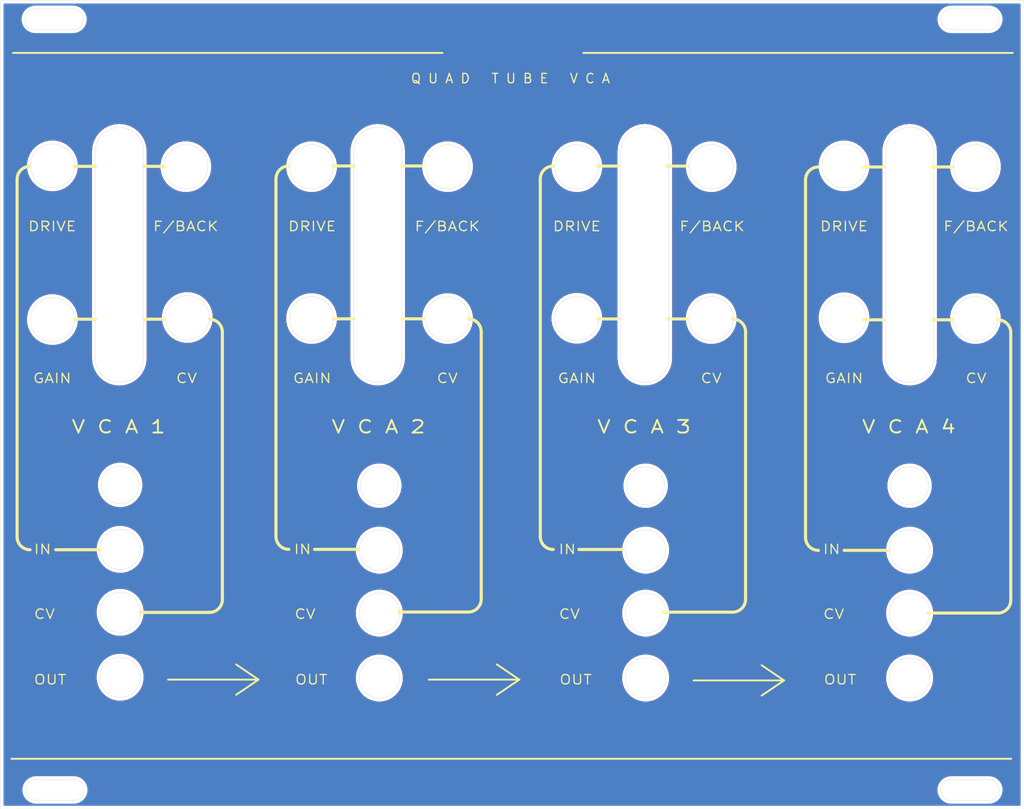
<source format=kicad_pcb>
(kicad_pcb (version 20171130) (host pcbnew "(5.1.6-0-10_14)")

  (general
    (thickness 1.6)
    (drawings 189)
    (tracks 4)
    (zones 0)
    (modules 0)
    (nets 1)
  )

  (page A4)
  (layers
    (0 F.Cu signal)
    (31 B.Cu signal)
    (32 B.Adhes user)
    (33 F.Adhes user)
    (34 B.Paste user)
    (35 F.Paste user)
    (36 B.SilkS user)
    (37 F.SilkS user)
    (38 B.Mask user)
    (39 F.Mask user)
    (40 Dwgs.User user)
    (41 Cmts.User user)
    (42 Eco1.User user)
    (43 Eco2.User user)
    (44 Edge.Cuts user)
    (45 Margin user)
    (46 B.CrtYd user)
    (47 F.CrtYd user)
    (48 B.Fab user)
    (49 F.Fab user)
  )

  (setup
    (last_trace_width 0.25)
    (user_trace_width 0.5)
    (trace_clearance 0.2)
    (zone_clearance 0.508)
    (zone_45_only no)
    (trace_min 0.2)
    (via_size 0.8)
    (via_drill 0.4)
    (via_min_size 0.4)
    (via_min_drill 0.3)
    (uvia_size 0.3)
    (uvia_drill 0.1)
    (uvias_allowed no)
    (uvia_min_size 0.2)
    (uvia_min_drill 0.1)
    (edge_width 0.05)
    (segment_width 0.2)
    (pcb_text_width 0.3)
    (pcb_text_size 1.5 1.5)
    (mod_edge_width 0.12)
    (mod_text_size 1 1)
    (mod_text_width 0.15)
    (pad_size 2.13 2.13)
    (pad_drill 1.43)
    (pad_to_mask_clearance 0.05)
    (aux_axis_origin 0 0)
    (visible_elements FEFFFFFF)
    (pcbplotparams
      (layerselection 0x010fc_ffffffff)
      (usegerberextensions true)
      (usegerberattributes true)
      (usegerberadvancedattributes false)
      (creategerberjobfile false)
      (excludeedgelayer true)
      (linewidth 0.100000)
      (plotframeref false)
      (viasonmask false)
      (mode 1)
      (useauxorigin false)
      (hpglpennumber 1)
      (hpglpenspeed 20)
      (hpglpendiameter 15.000000)
      (psnegative false)
      (psa4output false)
      (plotreference true)
      (plotvalue false)
      (plotinvisibletext false)
      (padsonsilk false)
      (subtractmaskfromsilk true)
      (outputformat 1)
      (mirror false)
      (drillshape 0)
      (scaleselection 1)
      (outputdirectory "Gerbers/"))
  )

  (net 0 "")

  (net_class Default "This is the default net class."
    (clearance 0.2)
    (trace_width 0.25)
    (via_dia 0.8)
    (via_drill 0.4)
    (uvia_dia 0.3)
    (uvia_drill 0.1)
  )

  (gr_line (start 154.7075 111.4917) (end 158.0095 111.4917) (layer F.SilkS) (width 0.5) (tstamp 61F044BD))
  (gr_line (start 167.1916 156.0306) (end 167.1916 113.5618) (layer F.SilkS) (width 0.5) (tstamp 61F044BC))
  (gr_arc (start 165.1469 156.0306) (end 165.1469 158.0753) (angle -90) (layer F.SilkS) (width 0.5) (tstamp 61F044BB))
  (gr_arc (start 165.1469 113.5364) (end 167.1916 113.5364) (angle -90) (layer F.SilkS) (width 0.5) (tstamp 61F044BA))
  (gr_line (start 143.722 111.4917) (end 147.024 111.4917) (layer F.SilkS) (width 0.5) (tstamp 61F044B9))
  (gr_arc (start 136.6481 89.254) (end 136.6481 87.2093) (angle -90) (layer F.SilkS) (width 0.5) (tstamp 61F044B8))
  (gr_line (start 134.6 89.3) (end 134.6 146.05) (layer F.SilkS) (width 0.5) (tstamp 61F044B7))
  (gr_line (start 165.1469 158.0753) (end 154.1233 158.0753) (layer F.SilkS) (width 0.5) (tstamp 61F044B6))
  (gr_arc (start 136.6481 146.0738) (end 134.6034 146.0738) (angle -90) (layer F.SilkS) (width 0.5) (tstamp 61F044B5))
  (gr_line (start 143.7093 87.2093) (end 147.0113 87.2093) (layer F.SilkS) (width 0.5) (tstamp 61F044B4))
  (gr_line (start 154.6567 87.2093) (end 157.9587 87.2093) (layer F.SilkS) (width 0.5) (tstamp 61F044B3))
  (gr_line (start 147.7479 148.1185) (end 140.7375 148.1185) (layer F.SilkS) (width 0.5) (tstamp 61F044B2))
  (gr_line (start 112.5975 111.3517) (end 115.8995 111.3517) (layer F.SilkS) (width 0.5) (tstamp 61F044BD))
  (gr_line (start 125.0816 155.8906) (end 125.0816 113.4218) (layer F.SilkS) (width 0.5) (tstamp 61F044BC))
  (gr_arc (start 123.0369 155.8906) (end 123.0369 157.9353) (angle -90) (layer F.SilkS) (width 0.5) (tstamp 61F044BB))
  (gr_arc (start 123.0369 113.3964) (end 125.0816 113.3964) (angle -90) (layer F.SilkS) (width 0.5) (tstamp 61F044BA))
  (gr_line (start 101.612 111.3517) (end 104.914 111.3517) (layer F.SilkS) (width 0.5) (tstamp 61F044B9))
  (gr_arc (start 94.5381 89.114) (end 94.5381 87.0693) (angle -90) (layer F.SilkS) (width 0.5) (tstamp 61F044B8))
  (gr_line (start 92.49 89.16) (end 92.49 145.91) (layer F.SilkS) (width 0.5) (tstamp 61F044B7))
  (gr_line (start 123.0369 157.9353) (end 112.0133 157.9353) (layer F.SilkS) (width 0.5) (tstamp 61F044B6))
  (gr_arc (start 94.5381 145.9338) (end 92.4934 145.9338) (angle -90) (layer F.SilkS) (width 0.5) (tstamp 61F044B5))
  (gr_line (start 101.5993 87.0693) (end 104.9013 87.0693) (layer F.SilkS) (width 0.5) (tstamp 61F044B4))
  (gr_line (start 112.5467 87.0693) (end 115.8487 87.0693) (layer F.SilkS) (width 0.5) (tstamp 61F044B3))
  (gr_line (start 105.6379 147.9785) (end 98.6275 147.9785) (layer F.SilkS) (width 0.5) (tstamp 61F044B2))
  (gr_line (start 70.6275 111.3317) (end 73.9295 111.3317) (layer F.SilkS) (width 0.5) (tstamp 61F044BD))
  (gr_line (start 83.1116 155.8706) (end 83.1116 113.4018) (layer F.SilkS) (width 0.5) (tstamp 61F044BC))
  (gr_arc (start 81.0669 155.8706) (end 81.0669 157.9153) (angle -90) (layer F.SilkS) (width 0.5) (tstamp 61F044BB))
  (gr_arc (start 81.0669 113.3764) (end 83.1116 113.3764) (angle -90) (layer F.SilkS) (width 0.5) (tstamp 61F044BA))
  (gr_line (start 59.642 111.3317) (end 62.944 111.3317) (layer F.SilkS) (width 0.5) (tstamp 61F044B9))
  (gr_arc (start 52.5681 89.094) (end 52.5681 87.0493) (angle -90) (layer F.SilkS) (width 0.5) (tstamp 61F044B8))
  (gr_line (start 50.52 89.14) (end 50.52 145.89) (layer F.SilkS) (width 0.5) (tstamp 61F044B7))
  (gr_line (start 81.0669 157.9153) (end 70.0433 157.9153) (layer F.SilkS) (width 0.5) (tstamp 61F044B6))
  (gr_arc (start 52.5681 145.9138) (end 50.5234 145.9138) (angle -90) (layer F.SilkS) (width 0.5) (tstamp 61F044B5))
  (gr_line (start 59.6293 87.0493) (end 62.9313 87.0493) (layer F.SilkS) (width 0.5) (tstamp 61F044B4))
  (gr_line (start 70.5767 87.0493) (end 73.8787 87.0493) (layer F.SilkS) (width 0.5) (tstamp 61F044B3))
  (gr_line (start 63.6679 147.9585) (end 56.6575 147.9585) (layer F.SilkS) (width 0.5) (tstamp 61F044B2))
  (gr_line (start 9.42 89.2) (end 9.42 145.95) (layer F.SilkS) (width 0.5))
  (gr_line (start 42.0116 155.9306) (end 42.0116 113.4618) (layer F.SilkS) (width 0.5))
  (gr_line (start 39.9669 157.9753) (end 28.9433 157.9753) (layer F.SilkS) (width 0.5))
  (gr_arc (start 39.9669 155.9306) (end 39.9669 157.9753) (angle -90) (layer F.SilkS) (width 0.5) (tstamp 61F041FA))
  (gr_arc (start 11.4681 145.9738) (end 9.4234 145.9738) (angle -90) (layer F.SilkS) (width 0.5) (tstamp 61F041FA))
  (gr_arc (start 39.9669 113.4364) (end 42.0116 113.4364) (angle -90) (layer F.SilkS) (width 0.5) (tstamp 61F041FA))
  (gr_arc (start 11.4681 89.154) (end 11.4681 87.1093) (angle -90) (layer F.SilkS) (width 0.5))
  (gr_line (start 22.5679 148.0185) (end 15.5575 148.0185) (layer F.SilkS) (width 0.5))
  (gr_line (start 29.4767 87.1093) (end 32.7787 87.1093) (layer F.SilkS) (width 0.5) (tstamp 61F04147))
  (gr_line (start 29.5275 111.3917) (end 32.8295 111.3917) (layer F.SilkS) (width 0.5) (tstamp 61F040EF))
  (gr_line (start 18.542 111.3917) (end 21.844 111.3917) (layer F.SilkS) (width 0.5) (tstamp 61F040EF))
  (gr_line (start 18.5293 87.1093) (end 21.8313 87.1093) (layer F.SilkS) (width 0.5) (tstamp 61F04144))
  (gr_text "[ H A R D W I R E D   E N G I N E E R I N G ]" (at 88.011 185.42) (layer F.Cu) (tstamp 61EFB5B4)
    (effects (font (size 1 1.5) (thickness 0.25)))
  )
  (gr_circle (center 151.104663 168.275) (end 156.21 168.275) (layer F.Mask) (width 0.3) (tstamp 61E95FB2))
  (gr_circle (center 109.22 168.376663) (end 114.325337 168.376663) (layer F.Mask) (width 0.3) (tstamp 61E95FB2))
  (gr_circle (center 66.929 168.376663) (end 72.034337 168.376663) (layer F.Mask) (width 0.3) (tstamp 61E95FB2))
  (gr_circle (center 25.654 168.249663) (end 30.759337 168.249663) (layer F.Mask) (width 0.3))
  (gr_text Vālvs (at 88.138 68.072) (layer F.Cu)
    (effects (font (size 5 5) (thickness 0.5)))
  )
  (gr_text DRIVE (at 56.261 96.647) (layer F.SilkS) (tstamp 61D1FE11)
    (effects (font (size 1.5 1.8) (thickness 0.2)))
  )
  (gr_text GAIN (at 56.261 120.777) (layer F.SilkS) (tstamp 61D1FE0E)
    (effects (font (size 1.5 1.8) (thickness 0.2)))
  )
  (gr_text CV (at 77.724 120.777) (layer F.SilkS) (tstamp 61D1FE0B)
    (effects (font (size 1.5 1.8) (thickness 0.2)))
  )
  (gr_text F/BACK (at 77.724 96.647) (layer F.SilkS) (tstamp 61D1FE08)
    (effects (font (size 1.5 1.8) (thickness 0.2)))
  )
  (gr_text CV (at 36.322 120.777) (layer F.SilkS) (tstamp 61D1FE05)
    (effects (font (size 1.5 1.8) (thickness 0.2)))
  )
  (gr_text F/BACK (at 36.195 96.647) (layer F.SilkS) (tstamp 61D1FE02)
    (effects (font (size 1.5 1.8) (thickness 0.2)))
  )
  (gr_text GAIN (at 14.986 120.777) (layer F.SilkS) (tstamp 61D1FDFF)
    (effects (font (size 1.5 1.8) (thickness 0.2)))
  )
  (gr_text DRIVE (at 14.986 96.647) (layer F.SilkS) (tstamp 61D1FDFC)
    (effects (font (size 1.5 1.8) (thickness 0.2)))
  )
  (gr_text Vālvs (at 88.138 68.072) (layer F.Mask)
    (effects (font (size 5 5) (thickness 0.5)))
  )
  (gr_text GAIN (at 98.298 120.777) (layer F.SilkS) (tstamp 61D1FE14)
    (effects (font (size 1.5 1.8) (thickness 0.2)))
  )
  (gr_text CV (at 119.634 120.777) (layer F.SilkS) (tstamp 61D1FE17)
    (effects (font (size 1.5 1.8) (thickness 0.2)))
  )
  (gr_text DRIVE (at 98.298 96.647) (layer F.SilkS) (tstamp 61D1FE1A)
    (effects (font (size 1.5 1.8) (thickness 0.2)))
  )
  (gr_text F/BACK (at 119.761 96.647) (layer F.SilkS) (tstamp 61D1FE1D)
    (effects (font (size 1.5 1.8) (thickness 0.2)))
  )
  (gr_text GAIN (at 140.716 120.777) (layer F.SilkS) (tstamp 61D1FE20)
    (effects (font (size 1.5 1.8) (thickness 0.2)))
  )
  (gr_text CV (at 161.671 120.777) (layer F.SilkS) (tstamp 61D1FE23)
    (effects (font (size 1.5 1.8) (thickness 0.2)))
  )
  (gr_text DRIVE (at 140.716 96.647) (layer F.SilkS) (tstamp 61D1FE2C)
    (effects (font (size 1.5 1.8) (thickness 0.2)))
  )
  (gr_text F/BACK (at 161.671 96.647) (layer F.SilkS) (tstamp 61D1FE26)
    (effects (font (size 1.5 1.8) (thickness 0.2)))
  )
  (gr_text "Q U A D   T U B E   V C A" (at 87.757 73.152) (layer F.SilkS) (tstamp 61D1FE29)
    (effects (font (size 1.5 1.5) (thickness 0.2)))
  )
  (gr_text IN (at 13.462 147.955) (layer F.SilkS) (tstamp 61F04543)
    (effects (font (size 1.5 1.8) (thickness 0.2)))
  )
  (gr_text CV (at 13.762 158.242) (layer F.SilkS) (tstamp 61D1FF1F)
    (effects (font (size 1.5 1.8) (thickness 0.2)))
  )
  (gr_text OUT (at 14.662 168.656) (layer F.SilkS) (tstamp 61D1FF25)
    (effects (font (size 1.5 1.8) (thickness 0.2)))
  )
  (gr_text CV (at 55.134 158.242) (layer F.SilkS) (tstamp 61D1FF22)
    (effects (font (size 1.5 1.8) (thickness 0.2)))
  )
  (gr_text OUT (at 56.134 168.656) (layer F.SilkS) (tstamp 61D1FF16)
    (effects (font (size 1.5 1.8) (thickness 0.2)))
  )
  (gr_text IN (at 54.737 147.955) (layer F.SilkS) (tstamp 61D1FF19)
    (effects (font (size 1.5 1.8) (thickness 0.2)))
  )
  (gr_text CV (at 97.105334 158.242) (layer F.SilkS) (tstamp 61D1FF0D)
    (effects (font (size 1.5 1.8) (thickness 0.2)))
  )
  (gr_text OUT (at 98.105334 168.656) (layer F.SilkS) (tstamp 61D1FF10)
    (effects (font (size 1.5 1.8) (thickness 0.2)))
  )
  (gr_text IN (at 96.772 147.955) (layer F.SilkS) (tstamp 61D1FF13)
    (effects (font (size 1.5 1.8) (thickness 0.2)))
  )
  (gr_text CV (at 139.081 158.242) (layer F.SilkS) (tstamp 61D22CCF)
    (effects (font (size 1.5 1.8) (thickness 0.2)))
  )
  (gr_text OUT (at 140.081 168.656) (layer F.SilkS) (tstamp 61D22CD2)
    (effects (font (size 1.5 1.8) (thickness 0.2)))
  )
  (gr_text IN (at 138.747666 147.955) (layer F.SilkS) (tstamp 61D22CD5)
    (effects (font (size 1.5 1.8) (thickness 0.2)))
  )
  (gr_text "C L E A N" (at 15.621 137.922) (layer F.Mask) (tstamp 61EE7317)
    (effects (font (size 1 1) (thickness 0.15)))
  )
  (gr_text "D I R T Y" (at 35.814 137.922) (layer F.Mask) (tstamp 61D183F1)
    (effects (font (size 1 1) (thickness 0.15)))
  )
  (gr_text "C L E A N" (at 56.642 137.922) (layer F.Mask) (tstamp 61D183F7)
    (effects (font (size 1 1) (thickness 0.15)))
  )
  (gr_text "D I R T Y" (at 77.216 137.922) (layer F.Mask) (tstamp 61D183F8)
    (effects (font (size 1 1) (thickness 0.15)))
  )
  (gr_text "C L E A N" (at 98.933 137.922) (layer F.Mask) (tstamp 61D183F7)
    (effects (font (size 1 1) (thickness 0.15)))
  )
  (gr_text "D I R T Y" (at 119.126 137.922) (layer F.Mask) (tstamp 61D183F8)
    (effects (font (size 1 1) (thickness 0.15)))
  )
  (gr_text "C L E A N" (at 141.351 137.922) (layer F.Mask) (tstamp 61D183F7)
    (effects (font (size 1 1) (thickness 0.15)))
  )
  (gr_text "D I R T Y" (at 160.909 137.922) (layer F.Mask) (tstamp 61D183F8)
    (effects (font (size 1 1) (thickness 0.15)))
  )
  (gr_text "V C A 1" (at 25.527 128.491) (layer F.SilkS)
    (effects (font (size 2 2.5) (thickness 0.3)))
  )
  (gr_text "V C A 2" (at 66.802 128.491) (layer F.SilkS) (tstamp 61D18403)
    (effects (font (size 2 2.5) (thickness 0.3)))
  )
  (gr_text "V C A 3" (at 108.966 128.491) (layer F.SilkS) (tstamp 61D18403)
    (effects (font (size 2 2.5) (thickness 0.3)))
  )
  (gr_text "V C A 4" (at 151.003 128.491) (layer F.SilkS) (tstamp 61D18403)
    (effects (font (size 2 2.5) (thickness 0.3)))
  )
  (gr_text "[ H A R D W I R E D   E N G I N E E R I N G ]" (at 88.011 185.42) (layer F.Mask)
    (effects (font (size 1 1.5) (thickness 0.25)))
  )
  (gr_text 1Ж24Б (at 25.654 78.867) (layer F.Mask) (tstamp 61EE6EC8)
    (effects (font (size 1.5 1.5) (thickness 0.2)))
  )
  (gr_text 1Ж24Б (at 66.802 78.867) (layer F.Mask) (tstamp 61EE6ECD)
    (effects (font (size 1.5 1.5) (thickness 0.2)))
  )
  (gr_text 1Ж24Б (at 109.093 78.867) (layer F.Mask) (tstamp 61EE6ED2)
    (effects (font (size 1.5 1.5) (thickness 0.2)))
  )
  (gr_text 1Ж24Б (at 151.257 78.867) (layer F.Mask) (tstamp 61D22EF5)
    (effects (font (size 1.5 1.5) (thickness 0.2)))
  )
  (gr_line (start 8.509 181.229) (end 167.259 181.229) (layer F.SilkS) (width 0.3))
  (gr_line (start 8.763 69.088) (end 76.962 69.088) (layer F.SilkS) (width 0.3) (tstamp 61D23245))
  (gr_line (start 99.314 69.088) (end 167.513 69.088) (layer F.SilkS) (width 0.3))
  (gr_line (start 131.191 168.783) (end 127.635 166.37) (layer F.SilkS) (width 0.3) (tstamp 61D2331F))
  (gr_line (start 131.191 168.783) (end 127.635 171.196) (layer F.SilkS) (width 0.3) (tstamp 61D23322))
  (gr_line (start 116.84 168.783) (end 131.191 168.783) (layer F.SilkS) (width 0.3) (tstamp 61D2331C))
  (gr_line (start 89.154 168.656) (end 85.598 166.243) (layer F.SilkS) (width 0.3) (tstamp 61D2335A))
  (gr_line (start 89.154 168.656) (end 85.598 171.069) (layer F.SilkS) (width 0.3) (tstamp 61D23357))
  (gr_line (start 74.803 168.656) (end 89.154 168.656) (layer F.SilkS) (width 0.3) (tstamp 61D23354))
  (gr_line (start 47.752 168.656) (end 44.196 171.069) (layer F.SilkS) (width 0.3) (tstamp 61D1FEEF))
  (gr_line (start 47.752 168.656) (end 44.196 166.243) (layer F.SilkS) (width 0.3) (tstamp 61D1FEEC))
  (gr_line (start 33.401 168.656) (end 47.752 168.656) (layer F.SilkS) (width 0.3) (tstamp 61D1FEE9))
  (gr_line (start 163.703 187.833) (end 157.734 187.833) (layer Edge.Cuts) (width 0.05) (tstamp 61D18360))
  (gr_arc (start 157.734 186.182) (end 157.734 184.531) (angle -180) (layer Edge.Cuts) (width 0.05) (tstamp 61D1835F))
  (gr_line (start 157.734 184.531) (end 163.703 184.531) (layer Edge.Cuts) (width 0.05) (tstamp 61D1835E))
  (gr_arc (start 163.703 186.182) (end 163.703 187.833) (angle -180) (layer Edge.Cuts) (width 0.05) (tstamp 61D1835D))
  (gr_line (start 18.415 187.833) (end 12.446 187.833) (layer Edge.Cuts) (width 0.05) (tstamp 61D18303))
  (gr_arc (start 18.415 186.182) (end 18.415 187.833) (angle -180) (layer Edge.Cuts) (width 0.05) (tstamp 61D18302))
  (gr_line (start 12.446 184.531) (end 18.415 184.531) (layer Edge.Cuts) (width 0.05) (tstamp 61D18301))
  (gr_arc (start 12.446 186.182) (end 12.446 184.531) (angle -180) (layer Edge.Cuts) (width 0.05) (tstamp 61D18300))
  (gr_line (start 163.703 65.405) (end 157.734 65.405) (layer Edge.Cuts) (width 0.05) (tstamp 61D18303))
  (gr_arc (start 163.703 63.754) (end 163.703 65.405) (angle -180) (layer Edge.Cuts) (width 0.05) (tstamp 61D18302))
  (gr_line (start 157.734 62.103) (end 163.703 62.103) (layer Edge.Cuts) (width 0.05) (tstamp 61D18301))
  (gr_arc (start 157.734 63.754) (end 157.734 62.103) (angle -180) (layer Edge.Cuts) (width 0.05) (tstamp 61D18300))
  (gr_line (start 12.319 62.103) (end 18.288 62.103) (layer Edge.Cuts) (width 0.05) (tstamp 61D1834A))
  (gr_line (start 18.288 65.405) (end 12.319 65.405) (layer Edge.Cuts) (width 0.05) (tstamp 61D18344))
  (gr_arc (start 12.319 63.754) (end 12.319 62.103) (angle -180) (layer Edge.Cuts) (width 0.05) (tstamp 61D1834D))
  (gr_arc (start 18.288 63.754) (end 18.288 65.405) (angle -180) (layer Edge.Cuts) (width 0.05) (tstamp 61D18347))
  (gr_line (start 6.731 60.706) (end 169.291 60.706) (layer Edge.Cuts) (width 0.05) (tstamp 61D182E1))
  (gr_line (start 6.731 189.23) (end 169.291 189.23) (layer Edge.Cuts) (width 0.05) (tstamp 61D182CF))
  (gr_line (start 6.731 189.23) (end 6.731 60.706) (layer Edge.Cuts) (width 0.05) (tstamp 61D18331))
  (gr_line (start 154.94 84.709) (end 154.94 117.602) (layer Edge.Cuts) (width 0.05) (tstamp 61D1FDF9))
  (gr_arc (start 151.13 84.709) (end 154.94 84.709) (angle -90) (layer Edge.Cuts) (width 0.05) (tstamp 61D1FDF6))
  (gr_line (start 147.32 117.602) (end 147.32 84.709) (layer Edge.Cuts) (width 0.05) (tstamp 61D1FDF3))
  (gr_arc (start 151.13 84.709) (end 151.13 80.899) (angle -90) (layer Edge.Cuts) (width 0.05) (tstamp 61D1FDF0))
  (gr_arc (start 151.13 117.602) (end 151.13 121.412) (angle -90) (layer Edge.Cuts) (width 0.05) (tstamp 61D1FDED))
  (gr_arc (start 151.13 117.602) (end 147.32 117.602) (angle -90) (layer Edge.Cuts) (width 0.05) (tstamp 61D1FDEA))
  (gr_line (start 112.903 84.709) (end 112.903 117.602) (layer Edge.Cuts) (width 0.05) (tstamp 61D1FDE7))
  (gr_arc (start 109.093 84.709) (end 112.903 84.709) (angle -90) (layer Edge.Cuts) (width 0.05) (tstamp 61D1FDE4))
  (gr_line (start 105.283 117.602) (end 105.283 84.709) (layer Edge.Cuts) (width 0.05) (tstamp 61D1FDE1))
  (gr_arc (start 109.093 84.709) (end 109.093 80.899) (angle -90) (layer Edge.Cuts) (width 0.05) (tstamp 61D1FDDE))
  (gr_arc (start 109.093 117.602) (end 109.093 121.412) (angle -90) (layer Edge.Cuts) (width 0.05) (tstamp 61D1FDDB))
  (gr_arc (start 109.093 117.602) (end 105.283 117.602) (angle -90) (layer Edge.Cuts) (width 0.05) (tstamp 61D1FDD8))
  (gr_line (start 70.485 84.709) (end 70.485 117.602) (layer Edge.Cuts) (width 0.05) (tstamp 61D1FDD5))
  (gr_arc (start 66.675 84.709) (end 70.485 84.709) (angle -90) (layer Edge.Cuts) (width 0.05) (tstamp 61D1FDD2))
  (gr_line (start 62.865 117.602) (end 62.865 84.709) (layer Edge.Cuts) (width 0.05) (tstamp 61D1FDCF))
  (gr_arc (start 66.675 84.709) (end 66.675 80.899) (angle -90) (layer Edge.Cuts) (width 0.05) (tstamp 61D1FDCC))
  (gr_arc (start 66.675 117.602) (end 66.675 121.412) (angle -90) (layer Edge.Cuts) (width 0.05) (tstamp 61D1FDC9))
  (gr_arc (start 66.675 117.602) (end 62.865 117.602) (angle -90) (layer Edge.Cuts) (width 0.05) (tstamp 61D1FDC6))
  (gr_line (start 29.464 84.709) (end 29.464 117.602) (layer Edge.Cuts) (width 0.05) (tstamp 61D1FDC3))
  (gr_line (start 21.844 117.602) (end 21.844 84.709) (layer Edge.Cuts) (width 0.05) (tstamp 61D1FDC0))
  (gr_arc (start 25.654 84.709) (end 25.654 80.899) (angle -90) (layer Edge.Cuts) (width 0.05) (tstamp 61D1FDBD))
  (gr_arc (start 25.654 84.709) (end 29.464 84.709) (angle -90) (layer Edge.Cuts) (width 0.05) (tstamp 61D1FDBA))
  (gr_arc (start 25.654 117.602) (end 25.654 121.412) (angle -90) (layer Edge.Cuts) (width 0.05) (tstamp 61D1FDB7))
  (gr_arc (start 25.654 117.602) (end 21.844 117.602) (angle -90) (layer Edge.Cuts) (width 0.05) (tstamp 61D1FDB4))
  (gr_circle (center 25.781 137.716) (end 28.781 137.716) (layer Edge.Cuts) (width 0.05) (tstamp 61D1FF4C))
  (gr_circle (center 66.929 137.843) (end 69.929 137.843) (layer Edge.Cuts) (width 0.05) (tstamp 61D1824A))
  (gr_circle (center 109.22 137.843) (end 112.22 137.843) (layer Edge.Cuts) (width 0.05) (tstamp 61D1824A))
  (gr_circle (center 151.13 137.843) (end 154.13 137.843) (layer Edge.Cuts) (width 0.05) (tstamp 61D181F6))
  (gr_circle (center 151.13 168.402) (end 154.33 168.402) (layer Edge.Cuts) (width 0.05) (tstamp 61D22CCC))
  (gr_circle (center 151.13 158.09) (end 154.33 158.09) (layer Edge.Cuts) (width 0.05) (tstamp 61D22CC9))
  (gr_circle (center 151.13 148.082) (end 154.33 148.082) (layer Edge.Cuts) (width 0.05) (tstamp 61D22CB2))
  (gr_circle (center 109.22 168.402) (end 112.42 168.402) (layer Edge.Cuts) (width 0.05) (tstamp 61D1FEDD))
  (gr_circle (center 109.22 158.09) (end 112.42 158.09) (layer Edge.Cuts) (width 0.05) (tstamp 61D1FEDA))
  (gr_circle (center 109.22 148.082) (end 112.42 148.082) (layer Edge.Cuts) (width 0.05) (tstamp 61D1FED7))
  (gr_circle (center 66.929 168.402) (end 70.129 168.402) (layer Edge.Cuts) (width 0.05) (tstamp 61D1FED4))
  (gr_circle (center 66.929 158.09) (end 70.129 158.09) (layer Edge.Cuts) (width 0.05) (tstamp 61D1FED1))
  (gr_circle (center 66.929 148.082) (end 70.129 148.082) (layer Edge.Cuts) (width 0.05) (tstamp 61D1FECE))
  (gr_circle (center 25.781 168.275) (end 28.981 168.275) (layer Edge.Cuts) (width 0.05) (tstamp 61D1FECB))
  (gr_circle (center 25.781 157.963) (end 28.981 157.963) (layer Edge.Cuts) (width 0.05) (tstamp 61D1FEC8))
  (gr_circle (center 25.781 147.955) (end 28.981 147.955) (layer Edge.Cuts) (width 0.05) (tstamp 61D1FEC5))
  (gr_circle (center 161.586 111.292) (end 165.086 111.292) (layer Edge.Cuts) (width 0.05) (tstamp 61D1FDB1))
  (gr_circle (center 140.716 111.165) (end 144.216 111.165) (layer Edge.Cuts) (width 0.05) (tstamp 61D1FDAE))
  (gr_circle (center 161.586 87.162) (end 165.086 87.162) (layer Edge.Cuts) (width 0.05) (tstamp 61D1FDAB))
  (gr_circle (center 140.716 87.035) (end 144.216 87.035) (layer Edge.Cuts) (width 0.05) (tstamp 61D1FDA8))
  (gr_circle (center 119.634 111.292) (end 123.134 111.292) (layer Edge.Cuts) (width 0.05) (tstamp 61D1FDA5))
  (gr_circle (center 119.634 87.162) (end 123.134 87.162) (layer Edge.Cuts) (width 0.05) (tstamp 61D1FDA2))
  (gr_circle (center 98.298 87.162) (end 101.798 87.162) (layer Edge.Cuts) (width 0.05) (tstamp 61D1FD9F))
  (gr_circle (center 98.298 111.252) (end 101.798 111.252) (layer Edge.Cuts) (width 0.05) (tstamp 61D1FD9C))
  (gr_circle (center 77.766 111.292) (end 81.266 111.292) (layer Edge.Cuts) (width 0.05) (tstamp 61D1FD99))
  (gr_circle (center 77.766 87.162) (end 81.266 87.162) (layer Edge.Cuts) (width 0.05) (tstamp 61D1FD96))
  (gr_circle (center 56.176 111.292) (end 59.676 111.292) (layer Edge.Cuts) (width 0.05) (tstamp 61D1FD93))
  (gr_circle (center 56.176 87.162) (end 59.676 87.162) (layer Edge.Cuts) (width 0.05) (tstamp 61D1FD90))
  (gr_circle (center 36.449 111.125) (end 39.949 111.125) (layer Edge.Cuts) (width 0.05) (tstamp 61D1FD8D))
  (gr_circle (center 15.028 111.45) (end 18.528 111.45) (layer Edge.Cuts) (width 0.05) (tstamp 61D1FD8A))
  (gr_circle (center 36.216 87.162) (end 39.716 87.162) (layer Edge.Cuts) (width 0.05) (tstamp 61D1FD87))
  (gr_circle (center 15.028 87.035) (end 18.528 87.035) (layer Edge.Cuts) (width 0.05) (tstamp 61D1FD84))
  (gr_line (start 169.291 189.23) (end 169.291 60.706) (layer Edge.Cuts) (width 0.05))

  (segment (start 8.509 181.229) (end 157.48 181.229) (width 0.25) (layer F.Cu) (net 0))
  (segment (start 157.48 181.229) (end 167.259 181.229) (width 0.25) (layer F.Cu) (net 0))
  (segment (start 8.763 69.088) (end 76.835 69.088) (width 0.25) (layer F.Cu) (net 0))
  (segment (start 99.314 69.088) (end 167.386 69.088) (width 0.25) (layer F.Cu) (net 0))

  (zone (net 0) (net_name "") (layer B.Cu) (tstamp 61E73E16) (hatch edge 0.508)
    (connect_pads (clearance 0.508))
    (min_thickness 0.254)
    (fill yes (arc_segments 32) (thermal_gap 0.508) (thermal_bridge_width 0.508))
    (polygon
      (pts
        (xy 169.291 189.23) (xy 6.731 189.23) (xy 6.731 60.706) (xy 169.291 60.706)
      )
    )
    (filled_polygon
      (pts
        (xy 168.631 188.57) (xy 7.391 188.57) (xy 7.391 186.133708) (xy 10.137756 186.133708) (xy 10.138174 186.193526)
        (xy 10.137756 186.253343) (xy 10.138656 186.262515) (xy 10.172337 186.582968) (xy 10.18436 186.641542) (xy 10.195574 186.700326)
        (xy 10.198238 186.709148) (xy 10.29352 187.016956) (xy 10.316694 187.072082) (xy 10.339109 187.127564) (xy 10.343436 187.1357)
        (xy 10.496691 187.41914) (xy 10.530158 187.468756) (xy 10.562896 187.518786) (xy 10.56872 187.525927) (xy 10.77411 187.774201)
        (xy 10.816546 187.816341) (xy 10.858409 187.859091) (xy 10.86551 187.864964) (xy 11.115211 188.068616) (xy 11.16502 188.101708)
        (xy 11.214392 188.135515) (xy 11.222499 188.139898) (xy 11.507001 188.291171) (xy 11.562307 188.313966) (xy 11.61729 188.337532)
        (xy 11.626093 188.340257) (xy 11.934558 188.433388) (xy 11.993261 188.445011) (xy 12.05175 188.457444) (xy 12.060914 188.458407)
        (xy 12.381596 188.48985) (xy 12.381598 188.48985) (xy 12.413581 188.493) (xy 18.447419 188.493) (xy 18.481037 188.489689)
        (xy 18.502456 188.489689) (xy 18.511621 188.488726) (xy 18.831831 188.452809) (xy 18.890332 188.440374) (xy 18.949024 188.428753)
        (xy 18.957819 188.42603) (xy 18.957826 188.426028) (xy 18.957832 188.426025) (xy 19.264963 188.328597) (xy 19.3199 188.305051)
        (xy 19.375249 188.282238) (xy 19.383355 188.277855) (xy 19.665718 188.122625) (xy 19.715074 188.08883) (xy 19.764901 188.055725)
        (xy 19.772001 188.049851) (xy 20.018835 187.842733) (xy 20.060698 187.799984) (xy 20.103132 187.757845) (xy 20.108956 187.750703)
        (xy 20.31086 187.499586) (xy 20.343613 187.449534) (xy 20.377066 187.399939) (xy 20.381389 187.391807) (xy 20.381392 187.391803)
        (xy 20.381394 187.391799) (xy 20.530675 187.106251) (xy 20.553081 187.050793) (xy 20.576265 186.995642) (xy 20.578928 186.98682)
        (xy 20.669904 186.677711) (xy 20.681114 186.618945) (xy 20.693141 186.560357) (xy 20.69404 186.551185) (xy 20.723244 186.230293)
        (xy 20.722826 186.170475) (xy 20.723082 186.133708) (xy 155.425756 186.133708) (xy 155.426174 186.193526) (xy 155.425756 186.253343)
        (xy 155.426656 186.262515) (xy 155.460337 186.582968) (xy 155.47236 186.641542) (xy 155.483574 186.700326) (xy 155.486238 186.709148)
        (xy 155.58152 187.016956) (xy 155.604694 187.072082) (xy 155.627109 187.127564) (xy 155.631436 187.1357) (xy 155.784691 187.41914)
        (xy 155.818158 187.468756) (xy 155.850896 187.518786) (xy 155.85672 187.525927) (xy 156.06211 187.774201) (xy 156.104546 187.816341)
        (xy 156.146409 187.859091) (xy 156.15351 187.864964) (xy 156.403211 188.068616) (xy 156.45302 188.101708) (xy 156.502392 188.135515)
        (xy 156.510499 188.139898) (xy 156.795001 188.291171) (xy 156.850307 188.313966) (xy 156.90529 188.337532) (xy 156.914093 188.340257)
        (xy 157.222558 188.433388) (xy 157.281261 188.445011) (xy 157.33975 188.457444) (xy 157.348914 188.458407) (xy 157.669596 188.48985)
        (xy 157.669598 188.48985) (xy 157.701581 188.493) (xy 163.735419 188.493) (xy 163.769037 188.489689) (xy 163.790456 188.489689)
        (xy 163.799621 188.488726) (xy 164.119831 188.452809) (xy 164.178332 188.440374) (xy 164.237024 188.428753) (xy 164.245819 188.42603)
        (xy 164.245826 188.426028) (xy 164.245832 188.426025) (xy 164.552963 188.328597) (xy 164.6079 188.305051) (xy 164.663249 188.282238)
        (xy 164.671355 188.277855) (xy 164.953718 188.122625) (xy 165.003074 188.08883) (xy 165.052901 188.055725) (xy 165.060001 188.049851)
        (xy 165.306835 187.842733) (xy 165.348698 187.799984) (xy 165.391132 187.757845) (xy 165.396956 187.750703) (xy 165.59886 187.499586)
        (xy 165.631613 187.449534) (xy 165.665066 187.399939) (xy 165.669389 187.391807) (xy 165.669392 187.391803) (xy 165.669394 187.391799)
        (xy 165.818675 187.106251) (xy 165.841081 187.050793) (xy 165.864265 186.995642) (xy 165.866928 186.98682) (xy 165.957904 186.677711)
        (xy 165.969114 186.618945) (xy 165.981141 186.560357) (xy 165.98204 186.551185) (xy 166.011244 186.230293) (xy 166.010826 186.170475)
        (xy 166.011244 186.110656) (xy 166.010344 186.101485) (xy 165.976663 185.781031) (xy 165.96464 185.722458) (xy 165.953426 185.663673)
        (xy 165.950762 185.654851) (xy 165.855479 185.347044) (xy 165.832314 185.291937) (xy 165.809891 185.236437) (xy 165.805564 185.2283)
        (xy 165.652309 184.944861) (xy 165.618864 184.895277) (xy 165.586104 184.845214) (xy 165.58028 184.838073) (xy 165.37489 184.589799)
        (xy 165.332454 184.547659) (xy 165.290591 184.504909) (xy 165.28349 184.499036) (xy 165.033788 184.295384) (xy 164.983998 184.262304)
        (xy 164.934608 184.228485) (xy 164.926501 184.224102) (xy 164.641999 184.072829) (xy 164.586681 184.050029) (xy 164.53171 184.026468)
        (xy 164.522907 184.023743) (xy 164.214441 183.930612) (xy 164.155754 183.918992) (xy 164.097251 183.906556) (xy 164.088086 183.905593)
        (xy 163.767405 183.87415) (xy 163.767402 183.87415) (xy 163.735419 183.871) (xy 157.701581 183.871) (xy 157.667963 183.874311)
        (xy 157.646544 183.874311) (xy 157.637379 183.875274) (xy 157.317169 183.911191) (xy 157.258675 183.923624) (xy 157.199975 183.935247)
        (xy 157.191178 183.937971) (xy 157.191174 183.937972) (xy 157.191171 183.937973) (xy 157.191172 183.937973) (xy 156.884037 184.035403)
        (xy 156.8291 184.058949) (xy 156.773751 184.081762) (xy 156.765645 184.086145) (xy 156.483282 184.241375) (xy 156.433926 184.27517)
        (xy 156.384099 184.308275) (xy 156.376999 184.314149) (xy 156.130166 184.521267) (xy 156.088322 184.563997) (xy 156.045868 184.606155)
        (xy 156.040044 184.613296) (xy 155.83814 184.864414) (xy 155.805404 184.914439) (xy 155.771933 184.964061) (xy 155.767607 184.972198)
        (xy 155.618325 185.25775) (xy 155.595929 185.313182) (xy 155.572735 185.368358) (xy 155.570072 185.37718) (xy 155.479097 185.686288)
        (xy 155.467899 185.744994) (xy 155.455859 185.803643) (xy 155.45496 185.812815) (xy 155.425756 186.133708) (xy 20.723082 186.133708)
        (xy 20.723244 186.110656) (xy 20.722344 186.101485) (xy 20.688663 185.781031) (xy 20.67664 185.722458) (xy 20.665426 185.663673)
        (xy 20.662762 185.654851) (xy 20.567479 185.347044) (xy 20.544314 185.291937) (xy 20.521891 185.236437) (xy 20.517564 185.2283)
        (xy 20.364309 184.944861) (xy 20.330864 184.895277) (xy 20.298104 184.845214) (xy 20.29228 184.838073) (xy 20.08689 184.589799)
        (xy 20.044454 184.547659) (xy 20.002591 184.504909) (xy 19.99549 184.499036) (xy 19.745788 184.295384) (xy 19.695998 184.262304)
        (xy 19.646608 184.228485) (xy 19.638501 184.224102) (xy 19.353999 184.072829) (xy 19.298681 184.050029) (xy 19.24371 184.026468)
        (xy 19.234907 184.023743) (xy 18.926441 183.930612) (xy 18.867754 183.918992) (xy 18.809251 183.906556) (xy 18.800086 183.905593)
        (xy 18.479405 183.87415) (xy 18.479402 183.87415) (xy 18.447419 183.871) (xy 12.413581 183.871) (xy 12.379963 183.874311)
        (xy 12.358544 183.874311) (xy 12.349379 183.875274) (xy 12.029169 183.911191) (xy 11.970675 183.923624) (xy 11.911975 183.935247)
        (xy 11.903178 183.937971) (xy 11.903174 183.937972) (xy 11.903171 183.937973) (xy 11.903172 183.937973) (xy 11.596037 184.035403)
        (xy 11.5411 184.058949) (xy 11.485751 184.081762) (xy 11.477645 184.086145) (xy 11.195282 184.241375) (xy 11.145926 184.27517)
        (xy 11.096099 184.308275) (xy 11.088999 184.314149) (xy 10.842166 184.521267) (xy 10.800322 184.563997) (xy 10.757868 184.606155)
        (xy 10.752044 184.613296) (xy 10.55014 184.864414) (xy 10.517404 184.914439) (xy 10.483933 184.964061) (xy 10.479607 184.972198)
        (xy 10.330325 185.25775) (xy 10.307929 185.313182) (xy 10.284735 185.368358) (xy 10.282072 185.37718) (xy 10.191097 185.686288)
        (xy 10.179899 185.744994) (xy 10.167859 185.803643) (xy 10.16696 185.812815) (xy 10.137756 186.133708) (xy 7.391 186.133708)
        (xy 7.391 167.894693) (xy 21.919683 167.894693) (xy 21.919683 168.655307) (xy 22.068071 169.401305) (xy 22.359145 170.104019)
        (xy 22.781719 170.736446) (xy 23.319554 171.274281) (xy 23.951981 171.696855) (xy 24.654695 171.987929) (xy 25.400693 172.136317)
        (xy 26.161307 172.136317) (xy 26.907305 171.987929) (xy 27.610019 171.696855) (xy 28.242446 171.274281) (xy 28.780281 170.736446)
        (xy 29.202855 170.104019) (xy 29.493929 169.401305) (xy 29.642317 168.655307) (xy 29.642317 168.021693) (xy 63.067683 168.021693)
        (xy 63.067683 168.782307) (xy 63.216071 169.528305) (xy 63.507145 170.231019) (xy 63.929719 170.863446) (xy 64.467554 171.401281)
        (xy 65.099981 171.823855) (xy 65.802695 172.114929) (xy 66.548693 172.263317) (xy 67.309307 172.263317) (xy 68.055305 172.114929)
        (xy 68.758019 171.823855) (xy 69.390446 171.401281) (xy 69.928281 170.863446) (xy 70.350855 170.231019) (xy 70.641929 169.528305)
        (xy 70.790317 168.782307) (xy 70.790317 168.021693) (xy 105.358683 168.021693) (xy 105.358683 168.782307) (xy 105.507071 169.528305)
        (xy 105.798145 170.231019) (xy 106.220719 170.863446) (xy 106.758554 171.401281) (xy 107.390981 171.823855) (xy 108.093695 172.114929)
        (xy 108.839693 172.263317) (xy 109.600307 172.263317) (xy 110.346305 172.114929) (xy 111.049019 171.823855) (xy 111.681446 171.401281)
        (xy 112.219281 170.863446) (xy 112.641855 170.231019) (xy 112.932929 169.528305) (xy 113.081317 168.782307) (xy 113.081317 168.021693)
        (xy 147.268683 168.021693) (xy 147.268683 168.782307) (xy 147.417071 169.528305) (xy 147.708145 170.231019) (xy 148.130719 170.863446)
        (xy 148.668554 171.401281) (xy 149.300981 171.823855) (xy 150.003695 172.114929) (xy 150.749693 172.263317) (xy 151.510307 172.263317)
        (xy 152.256305 172.114929) (xy 152.959019 171.823855) (xy 153.591446 171.401281) (xy 154.129281 170.863446) (xy 154.551855 170.231019)
        (xy 154.842929 169.528305) (xy 154.991317 168.782307) (xy 154.991317 168.021693) (xy 154.842929 167.275695) (xy 154.551855 166.572981)
        (xy 154.129281 165.940554) (xy 153.591446 165.402719) (xy 152.959019 164.980145) (xy 152.256305 164.689071) (xy 151.510307 164.540683)
        (xy 150.749693 164.540683) (xy 150.003695 164.689071) (xy 149.300981 164.980145) (xy 148.668554 165.402719) (xy 148.130719 165.940554)
        (xy 147.708145 166.572981) (xy 147.417071 167.275695) (xy 147.268683 168.021693) (xy 113.081317 168.021693) (xy 112.932929 167.275695)
        (xy 112.641855 166.572981) (xy 112.219281 165.940554) (xy 111.681446 165.402719) (xy 111.049019 164.980145) (xy 110.346305 164.689071)
        (xy 109.600307 164.540683) (xy 108.839693 164.540683) (xy 108.093695 164.689071) (xy 107.390981 164.980145) (xy 106.758554 165.402719)
        (xy 106.220719 165.940554) (xy 105.798145 166.572981) (xy 105.507071 167.275695) (xy 105.358683 168.021693) (xy 70.790317 168.021693)
        (xy 70.641929 167.275695) (xy 70.350855 166.572981) (xy 69.928281 165.940554) (xy 69.390446 165.402719) (xy 68.758019 164.980145)
        (xy 68.055305 164.689071) (xy 67.309307 164.540683) (xy 66.548693 164.540683) (xy 65.802695 164.689071) (xy 65.099981 164.980145)
        (xy 64.467554 165.402719) (xy 63.929719 165.940554) (xy 63.507145 166.572981) (xy 63.216071 167.275695) (xy 63.067683 168.021693)
        (xy 29.642317 168.021693) (xy 29.642317 167.894693) (xy 29.493929 167.148695) (xy 29.202855 166.445981) (xy 28.780281 165.813554)
        (xy 28.242446 165.275719) (xy 27.610019 164.853145) (xy 26.907305 164.562071) (xy 26.161307 164.413683) (xy 25.400693 164.413683)
        (xy 24.654695 164.562071) (xy 23.951981 164.853145) (xy 23.319554 165.275719) (xy 22.781719 165.813554) (xy 22.359145 166.445981)
        (xy 22.068071 167.148695) (xy 21.919683 167.894693) (xy 7.391 167.894693) (xy 7.391 157.582693) (xy 21.919683 157.582693)
        (xy 21.919683 158.343307) (xy 22.068071 159.089305) (xy 22.359145 159.792019) (xy 22.781719 160.424446) (xy 23.319554 160.962281)
        (xy 23.951981 161.384855) (xy 24.654695 161.675929) (xy 25.400693 161.824317) (xy 26.161307 161.824317) (xy 26.907305 161.675929)
        (xy 27.610019 161.384855) (xy 28.242446 160.962281) (xy 28.780281 160.424446) (xy 29.202855 159.792019) (xy 29.493929 159.089305)
        (xy 29.642317 158.343307) (xy 29.642317 157.709693) (xy 63.067683 157.709693) (xy 63.067683 158.470307) (xy 63.216071 159.216305)
        (xy 63.507145 159.919019) (xy 63.929719 160.551446) (xy 64.467554 161.089281) (xy 65.099981 161.511855) (xy 65.802695 161.802929)
        (xy 66.548693 161.951317) (xy 67.309307 161.951317) (xy 68.055305 161.802929) (xy 68.758019 161.511855) (xy 69.390446 161.089281)
        (xy 69.928281 160.551446) (xy 70.350855 159.919019) (xy 70.641929 159.216305) (xy 70.790317 158.470307) (xy 70.790317 157.709693)
        (xy 105.358683 157.709693) (xy 105.358683 158.470307) (xy 105.507071 159.216305) (xy 105.798145 159.919019) (xy 106.220719 160.551446)
        (xy 106.758554 161.089281) (xy 107.390981 161.511855) (xy 108.093695 161.802929) (xy 108.839693 161.951317) (xy 109.600307 161.951317)
        (xy 110.346305 161.802929) (xy 111.049019 161.511855) (xy 111.681446 161.089281) (xy 112.219281 160.551446) (xy 112.641855 159.919019)
        (xy 112.932929 159.216305) (xy 113.081317 158.470307) (xy 113.081317 157.709693) (xy 147.268683 157.709693) (xy 147.268683 158.470307)
        (xy 147.417071 159.216305) (xy 147.708145 159.919019) (xy 148.130719 160.551446) (xy 148.668554 161.089281) (xy 149.300981 161.511855)
        (xy 150.003695 161.802929) (xy 150.749693 161.951317) (xy 151.510307 161.951317) (xy 152.256305 161.802929) (xy 152.959019 161.511855)
        (xy 153.591446 161.089281) (xy 154.129281 160.551446) (xy 154.551855 159.919019) (xy 154.842929 159.216305) (xy 154.991317 158.470307)
        (xy 154.991317 157.709693) (xy 154.842929 156.963695) (xy 154.551855 156.260981) (xy 154.129281 155.628554) (xy 153.591446 155.090719)
        (xy 152.959019 154.668145) (xy 152.256305 154.377071) (xy 151.510307 154.228683) (xy 150.749693 154.228683) (xy 150.003695 154.377071)
        (xy 149.300981 154.668145) (xy 148.668554 155.090719) (xy 148.130719 155.628554) (xy 147.708145 156.260981) (xy 147.417071 156.963695)
        (xy 147.268683 157.709693) (xy 113.081317 157.709693) (xy 112.932929 156.963695) (xy 112.641855 156.260981) (xy 112.219281 155.628554)
        (xy 111.681446 155.090719) (xy 111.049019 154.668145) (xy 110.346305 154.377071) (xy 109.600307 154.228683) (xy 108.839693 154.228683)
        (xy 108.093695 154.377071) (xy 107.390981 154.668145) (xy 106.758554 155.090719) (xy 106.220719 155.628554) (xy 105.798145 156.260981)
        (xy 105.507071 156.963695) (xy 105.358683 157.709693) (xy 70.790317 157.709693) (xy 70.641929 156.963695) (xy 70.350855 156.260981)
        (xy 69.928281 155.628554) (xy 69.390446 155.090719) (xy 68.758019 154.668145) (xy 68.055305 154.377071) (xy 67.309307 154.228683)
        (xy 66.548693 154.228683) (xy 65.802695 154.377071) (xy 65.099981 154.668145) (xy 64.467554 155.090719) (xy 63.929719 155.628554)
        (xy 63.507145 156.260981) (xy 63.216071 156.963695) (xy 63.067683 157.709693) (xy 29.642317 157.709693) (xy 29.642317 157.582693)
        (xy 29.493929 156.836695) (xy 29.202855 156.133981) (xy 28.780281 155.501554) (xy 28.242446 154.963719) (xy 27.610019 154.541145)
        (xy 26.907305 154.250071) (xy 26.161307 154.101683) (xy 25.400693 154.101683) (xy 24.654695 154.250071) (xy 23.951981 154.541145)
        (xy 23.319554 154.963719) (xy 22.781719 155.501554) (xy 22.359145 156.133981) (xy 22.068071 156.836695) (xy 21.919683 157.582693)
        (xy 7.391 157.582693) (xy 7.391 147.574693) (xy 21.919683 147.574693) (xy 21.919683 148.335307) (xy 22.068071 149.081305)
        (xy 22.359145 149.784019) (xy 22.781719 150.416446) (xy 23.319554 150.954281) (xy 23.951981 151.376855) (xy 24.654695 151.667929)
        (xy 25.400693 151.816317) (xy 26.161307 151.816317) (xy 26.907305 151.667929) (xy 27.610019 151.376855) (xy 28.242446 150.954281)
        (xy 28.780281 150.416446) (xy 29.202855 149.784019) (xy 29.493929 149.081305) (xy 29.642317 148.335307) (xy 29.642317 147.701693)
        (xy 63.067683 147.701693) (xy 63.067683 148.462307) (xy 63.216071 149.208305) (xy 63.507145 149.911019) (xy 63.929719 150.543446)
        (xy 64.467554 151.081281) (xy 65.099981 151.503855) (xy 65.802695 151.794929) (xy 66.548693 151.943317) (xy 67.309307 151.943317)
        (xy 68.055305 151.794929) (xy 68.758019 151.503855) (xy 69.390446 151.081281) (xy 69.928281 150.543446) (xy 70.350855 149.911019)
        (xy 70.641929 149.208305) (xy 70.790317 148.462307) (xy 70.790317 147.701693) (xy 105.358683 147.701693) (xy 105.358683 148.462307)
        (xy 105.507071 149.208305) (xy 105.798145 149.911019) (xy 106.220719 150.543446) (xy 106.758554 151.081281) (xy 107.390981 151.503855)
        (xy 108.093695 151.794929) (xy 108.839693 151.943317) (xy 109.600307 151.943317) (xy 110.346305 151.794929) (xy 111.049019 151.503855)
        (xy 111.681446 151.081281) (xy 112.219281 150.543446) (xy 112.641855 149.911019) (xy 112.932929 149.208305) (xy 113.081317 148.462307)
        (xy 113.081317 147.701693) (xy 147.268683 147.701693) (xy 147.268683 148.462307) (xy 147.417071 149.208305) (xy 147.708145 149.911019)
        (xy 148.130719 150.543446) (xy 148.668554 151.081281) (xy 149.300981 151.503855) (xy 150.003695 151.794929) (xy 150.749693 151.943317)
        (xy 151.510307 151.943317) (xy 152.256305 151.794929) (xy 152.959019 151.503855) (xy 153.591446 151.081281) (xy 154.129281 150.543446)
        (xy 154.551855 149.911019) (xy 154.842929 149.208305) (xy 154.991317 148.462307) (xy 154.991317 147.701693) (xy 154.842929 146.955695)
        (xy 154.551855 146.252981) (xy 154.129281 145.620554) (xy 153.591446 145.082719) (xy 152.959019 144.660145) (xy 152.256305 144.369071)
        (xy 151.510307 144.220683) (xy 150.749693 144.220683) (xy 150.003695 144.369071) (xy 149.300981 144.660145) (xy 148.668554 145.082719)
        (xy 148.130719 145.620554) (xy 147.708145 146.252981) (xy 147.417071 146.955695) (xy 147.268683 147.701693) (xy 113.081317 147.701693)
        (xy 112.932929 146.955695) (xy 112.641855 146.252981) (xy 112.219281 145.620554) (xy 111.681446 145.082719) (xy 111.049019 144.660145)
        (xy 110.346305 144.369071) (xy 109.600307 144.220683) (xy 108.839693 144.220683) (xy 108.093695 144.369071) (xy 107.390981 144.660145)
        (xy 106.758554 145.082719) (xy 106.220719 145.620554) (xy 105.798145 146.252981) (xy 105.507071 146.955695) (xy 105.358683 147.701693)
        (xy 70.790317 147.701693) (xy 70.641929 146.955695) (xy 70.350855 146.252981) (xy 69.928281 145.620554) (xy 69.390446 145.082719)
        (xy 68.758019 144.660145) (xy 68.055305 144.369071) (xy 67.309307 144.220683) (xy 66.548693 144.220683) (xy 65.802695 144.369071)
        (xy 65.099981 144.660145) (xy 64.467554 145.082719) (xy 63.929719 145.620554) (xy 63.507145 146.252981) (xy 63.216071 146.955695)
        (xy 63.067683 147.701693) (xy 29.642317 147.701693) (xy 29.642317 147.574693) (xy 29.493929 146.828695) (xy 29.202855 146.125981)
        (xy 28.780281 145.493554) (xy 28.242446 144.955719) (xy 27.610019 144.533145) (xy 26.907305 144.242071) (xy 26.161307 144.093683)
        (xy 25.400693 144.093683) (xy 24.654695 144.242071) (xy 23.951981 144.533145) (xy 23.319554 144.955719) (xy 22.781719 145.493554)
        (xy 22.359145 146.125981) (xy 22.068071 146.828695) (xy 21.919683 147.574693) (xy 7.391 147.574693) (xy 7.391 137.355297)
        (xy 22.11872 137.355297) (xy 22.11872 138.076703) (xy 22.25946 138.784248) (xy 22.53553 139.45074) (xy 22.936322 140.050567)
        (xy 23.446433 140.560678) (xy 24.04626 140.96147) (xy 24.712752 141.23754) (xy 25.420297 141.37828) (xy 26.141703 141.37828)
        (xy 26.849248 141.23754) (xy 27.51574 140.96147) (xy 28.115567 140.560678) (xy 28.625678 140.050567) (xy 29.02647 139.45074)
        (xy 29.30254 138.784248) (xy 29.44328 138.076703) (xy 29.44328 137.482297) (xy 63.26672 137.482297) (xy 63.26672 138.203703)
        (xy 63.40746 138.911248) (xy 63.68353 139.57774) (xy 64.084322 140.177567) (xy 64.594433 140.687678) (xy 65.19426 141.08847)
        (xy 65.860752 141.36454) (xy 66.568297 141.50528) (xy 67.289703 141.50528) (xy 67.997248 141.36454) (xy 68.66374 141.08847)
        (xy 69.263567 140.687678) (xy 69.773678 140.177567) (xy 70.17447 139.57774) (xy 70.45054 138.911248) (xy 70.59128 138.203703)
        (xy 70.59128 137.482297) (xy 105.55772 137.482297) (xy 105.55772 138.203703) (xy 105.69846 138.911248) (xy 105.97453 139.57774)
        (xy 106.375322 140.177567) (xy 106.885433 140.687678) (xy 107.48526 141.08847) (xy 108.151752 141.36454) (xy 108.859297 141.50528)
        (xy 109.580703 141.50528) (xy 110.288248 141.36454) (xy 110.95474 141.08847) (xy 111.554567 140.687678) (xy 112.064678 140.177567)
        (xy 112.46547 139.57774) (xy 112.74154 138.911248) (xy 112.88228 138.203703) (xy 112.88228 137.482297) (xy 147.46772 137.482297)
        (xy 147.46772 138.203703) (xy 147.60846 138.911248) (xy 147.88453 139.57774) (xy 148.285322 140.177567) (xy 148.795433 140.687678)
        (xy 149.39526 141.08847) (xy 150.061752 141.36454) (xy 150.769297 141.50528) (xy 151.490703 141.50528) (xy 152.198248 141.36454)
        (xy 152.86474 141.08847) (xy 153.464567 140.687678) (xy 153.974678 140.177567) (xy 154.37547 139.57774) (xy 154.65154 138.911248)
        (xy 154.79228 138.203703) (xy 154.79228 137.482297) (xy 154.65154 136.774752) (xy 154.37547 136.10826) (xy 153.974678 135.508433)
        (xy 153.464567 134.998322) (xy 152.86474 134.59753) (xy 152.198248 134.32146) (xy 151.490703 134.18072) (xy 150.769297 134.18072)
        (xy 150.061752 134.32146) (xy 149.39526 134.59753) (xy 148.795433 134.998322) (xy 148.285322 135.508433) (xy 147.88453 136.10826)
        (xy 147.60846 136.774752) (xy 147.46772 137.482297) (xy 112.88228 137.482297) (xy 112.74154 136.774752) (xy 112.46547 136.10826)
        (xy 112.064678 135.508433) (xy 111.554567 134.998322) (xy 110.95474 134.59753) (xy 110.288248 134.32146) (xy 109.580703 134.18072)
        (xy 108.859297 134.18072) (xy 108.151752 134.32146) (xy 107.48526 134.59753) (xy 106.885433 134.998322) (xy 106.375322 135.508433)
        (xy 105.97453 136.10826) (xy 105.69846 136.774752) (xy 105.55772 137.482297) (xy 70.59128 137.482297) (xy 70.45054 136.774752)
        (xy 70.17447 136.10826) (xy 69.773678 135.508433) (xy 69.263567 134.998322) (xy 68.66374 134.59753) (xy 67.997248 134.32146)
        (xy 67.289703 134.18072) (xy 66.568297 134.18072) (xy 65.860752 134.32146) (xy 65.19426 134.59753) (xy 64.594433 134.998322)
        (xy 64.084322 135.508433) (xy 63.68353 136.10826) (xy 63.40746 136.774752) (xy 63.26672 137.482297) (xy 29.44328 137.482297)
        (xy 29.44328 137.355297) (xy 29.30254 136.647752) (xy 29.02647 135.98126) (xy 28.625678 135.381433) (xy 28.115567 134.871322)
        (xy 27.51574 134.47053) (xy 26.849248 134.19446) (xy 26.141703 134.05372) (xy 25.420297 134.05372) (xy 24.712752 134.19446)
        (xy 24.04626 134.47053) (xy 23.446433 134.871322) (xy 22.936322 135.381433) (xy 22.53553 135.98126) (xy 22.25946 136.647752)
        (xy 22.11872 137.355297) (xy 7.391 137.355297) (xy 7.391 117.634418) (xy 21.184 117.634418) (xy 21.186975 117.664626)
        (xy 21.186809 117.688416) (xy 21.187709 117.697587) (xy 21.265433 118.437095) (xy 21.277458 118.495675) (xy 21.28867 118.554453)
        (xy 21.291334 118.563274) (xy 21.511217 119.273601) (xy 21.534392 119.328731) (xy 21.556806 119.38421) (xy 21.561133 119.392346)
        (xy 21.914799 120.046437) (xy 21.948244 120.096021) (xy 21.981004 120.146084) (xy 21.986828 120.153225) (xy 22.460805 120.726165)
        (xy 22.503241 120.768305) (xy 22.545104 120.811055) (xy 22.552205 120.816928) (xy 23.128439 121.286893) (xy 23.178247 121.319986)
        (xy 23.227621 121.353793) (xy 23.235727 121.358176) (xy 23.892271 121.707266) (xy 23.947586 121.730065) (xy 24.002558 121.753626)
        (xy 24.011361 121.756351) (xy 24.723206 121.97127) (xy 24.781901 121.982892) (xy 24.840397 121.995326) (xy 24.849562 121.996289)
        (xy 25.589595 122.06885) (xy 25.618426 122.06885) (xy 25.647092 122.071964) (xy 25.656308 122.071996) (xy 25.682906 122.071903)
        (xy 25.711586 122.06899) (xy 25.740416 122.069191) (xy 25.749587 122.068291) (xy 26.489095 121.990567) (xy 26.547675 121.978542)
        (xy 26.606453 121.96733) (xy 26.615274 121.964666) (xy 27.325601 121.744783) (xy 27.380731 121.721608) (xy 27.43621 121.699194)
        (xy 27.444346 121.694867) (xy 28.098437 121.341201) (xy 28.148021 121.307756) (xy 28.198084 121.274996) (xy 28.205225 121.269172)
        (xy 28.778165 120.795195) (xy 28.820305 120.752759) (xy 28.863055 120.710896) (xy 28.868928 120.703795) (xy 29.338893 120.127561)
        (xy 29.371986 120.077753) (xy 29.405793 120.028379) (xy 29.410176 120.020273) (xy 29.759266 119.363729) (xy 29.782065 119.308414)
        (xy 29.805626 119.253442) (xy 29.808351 119.244639) (xy 30.02327 118.532794) (xy 30.034892 118.474099) (xy 30.047326 118.415603)
        (xy 30.048289 118.406438) (xy 30.12085 117.666405) (xy 30.12085 117.666402) (xy 30.124 117.634419) (xy 30.124 117.634418)
        (xy 62.205 117.634418) (xy 62.207975 117.664626) (xy 62.207809 117.688416) (xy 62.208709 117.697587) (xy 62.286433 118.437095)
        (xy 62.298458 118.495675) (xy 62.30967 118.554453) (xy 62.312334 118.563274) (xy 62.532217 119.273601) (xy 62.555392 119.328731)
        (xy 62.577806 119.38421) (xy 62.582133 119.392346) (xy 62.935799 120.046437) (xy 62.969244 120.096021) (xy 63.002004 120.146084)
        (xy 63.007828 120.153225) (xy 63.481805 120.726165) (xy 63.524241 120.768305) (xy 63.566104 120.811055) (xy 63.573205 120.816928)
        (xy 64.149439 121.286893) (xy 64.199247 121.319986) (xy 64.248621 121.353793) (xy 64.256727 121.358176) (xy 64.913271 121.707266)
        (xy 64.968586 121.730065) (xy 65.023558 121.753626) (xy 65.032361 121.756351) (xy 65.744206 121.97127) (xy 65.802901 121.982892)
        (xy 65.861397 121.995326) (xy 65.870562 121.996289) (xy 66.610595 122.06885) (xy 66.639426 122.06885) (xy 66.668092 122.071964)
        (xy 66.677308 122.071996) (xy 66.703906 122.071903) (xy 66.732586 122.06899) (xy 66.761416 122.069191) (xy 66.770587 122.068291)
        (xy 67.510095 121.990567) (xy 67.568675 121.978542) (xy 67.627453 121.96733) (xy 67.636274 121.964666) (xy 68.346601 121.744783)
        (xy 68.401731 121.721608) (xy 68.45721 121.699194) (xy 68.465346 121.694867) (xy 69.119437 121.341201) (xy 69.169021 121.307756)
        (xy 69.219084 121.274996) (xy 69.226225 121.269172) (xy 69.799165 120.795195) (xy 69.841305 120.752759) (xy 69.884055 120.710896)
        (xy 69.889928 120.703795) (xy 70.359893 120.127561) (xy 70.392986 120.077753) (xy 70.426793 120.028379) (xy 70.431176 120.020273)
        (xy 70.780266 119.363729) (xy 70.803065 119.308414) (xy 70.826626 119.253442) (xy 70.829351 119.244639) (xy 71.04427 118.532794)
        (xy 71.055892 118.474099) (xy 71.068326 118.415603) (xy 71.069289 118.406438) (xy 71.14185 117.666405) (xy 71.14185 117.666402)
        (xy 71.145 117.634419) (xy 71.145 117.634418) (xy 104.623 117.634418) (xy 104.625975 117.664626) (xy 104.625809 117.688416)
        (xy 104.626709 117.697587) (xy 104.704433 118.437095) (xy 104.716458 118.495675) (xy 104.72767 118.554453) (xy 104.730334 118.563274)
        (xy 104.950217 119.273601) (xy 104.973392 119.328731) (xy 104.995806 119.38421) (xy 105.000133 119.392346) (xy 105.353799 120.046437)
        (xy 105.387244 120.096021) (xy 105.420004 120.146084) (xy 105.425828 120.153225) (xy 105.899805 120.726165) (xy 105.942241 120.768305)
        (xy 105.984104 120.811055) (xy 105.991205 120.816928) (xy 106.567439 121.286893) (xy 106.617247 121.319986) (xy 106.666621 121.353793)
        (xy 106.674727 121.358176) (xy 107.331271 121.707266) (xy 107.386586 121.730065) (xy 107.441558 121.753626) (xy 107.450361 121.756351)
        (xy 108.162206 121.97127) (xy 108.220901 121.982892) (xy 108.279397 121.995326) (xy 108.288562 121.996289) (xy 109.028595 122.06885)
        (xy 109.057426 122.06885) (xy 109.086092 122.071964) (xy 109.095308 122.071996) (xy 109.121906 122.071903) (xy 109.150586 122.06899)
        (xy 109.179416 122.069191) (xy 109.188587 122.068291) (xy 109.928095 121.990567) (xy 109.986675 121.978542) (xy 110.045453 121.96733)
        (xy 110.054274 121.964666) (xy 110.764601 121.744783) (xy 110.819731 121.721608) (xy 110.87521 121.699194) (xy 110.883346 121.694867)
        (xy 111.537437 121.341201) (xy 111.587021 121.307756) (xy 111.637084 121.274996) (xy 111.644225 121.269172) (xy 112.217165 120.795195)
        (xy 112.259305 120.752759) (xy 112.302055 120.710896) (xy 112.307928 120.703795) (xy 112.777893 120.127561) (xy 112.810986 120.077753)
        (xy 112.844793 120.028379) (xy 112.849176 120.020273) (xy 113.198266 119.363729) (xy 113.221065 119.308414) (xy 113.244626 119.253442)
        (xy 113.247351 119.244639) (xy 113.46227 118.532794) (xy 113.473892 118.474099) (xy 113.486326 118.415603) (xy 113.487289 118.406438)
        (xy 113.55985 117.666405) (xy 113.55985 117.666402) (xy 113.563 117.634419) (xy 113.563 117.634418) (xy 146.66 117.634418)
        (xy 146.662975 117.664626) (xy 146.662809 117.688416) (xy 146.663709 117.697587) (xy 146.741433 118.437095) (xy 146.753458 118.495675)
        (xy 146.76467 118.554453) (xy 146.767334 118.563274) (xy 146.987217 119.273601) (xy 147.010392 119.328731) (xy 147.032806 119.38421)
        (xy 147.037133 119.392346) (xy 147.390799 120.046437) (xy 147.424244 120.096021) (xy 147.457004 120.146084) (xy 147.462828 120.153225)
        (xy 147.936805 120.726165) (xy 147.979241 120.768305) (xy 148.021104 120.811055) (xy 148.028205 120.816928) (xy 148.604439 121.286893)
        (xy 148.654247 121.319986) (xy 148.703621 121.353793) (xy 148.711727 121.358176) (xy 149.368271 121.707266) (xy 149.423586 121.730065)
        (xy 149.478558 121.753626) (xy 149.487361 121.756351) (xy 150.199206 121.97127) (xy 150.257901 121.982892) (xy 150.316397 121.995326)
        (xy 150.325562 121.996289) (xy 151.065595 122.06885) (xy 151.094426 122.06885) (xy 151.123092 122.071964) (xy 151.132308 122.071996)
        (xy 151.158906 122.071903) (xy 151.187586 122.06899) (xy 151.216416 122.069191) (xy 151.225587 122.068291) (xy 151.965095 121.990567)
        (xy 152.023675 121.978542) (xy 152.082453 121.96733) (xy 152.091274 121.964666) (xy 152.801601 121.744783) (xy 152.856731 121.721608)
        (xy 152.91221 121.699194) (xy 152.920346 121.694867) (xy 153.574437 121.341201) (xy 153.624021 121.307756) (xy 153.674084 121.274996)
        (xy 153.681225 121.269172) (xy 154.254165 120.795195) (xy 154.296305 120.752759) (xy 154.339055 120.710896) (xy 154.344928 120.703795)
        (xy 154.814893 120.127561) (xy 154.847986 120.077753) (xy 154.881793 120.028379) (xy 154.886176 120.020273) (xy 155.235266 119.363729)
        (xy 155.258065 119.308414) (xy 155.281626 119.253442) (xy 155.284351 119.244639) (xy 155.49927 118.532794) (xy 155.510892 118.474099)
        (xy 155.523326 118.415603) (xy 155.524289 118.406438) (xy 155.59685 117.666405) (xy 155.59685 117.666402) (xy 155.6 117.634419)
        (xy 155.6 110.882288) (xy 157.426128 110.882288) (xy 157.426128 111.701712) (xy 157.585989 112.50539) (xy 157.899569 113.262438)
        (xy 158.354816 113.943764) (xy 158.934236 114.523184) (xy 159.615562 114.978431) (xy 160.37261 115.292011) (xy 161.176288 115.451872)
        (xy 161.995712 115.451872) (xy 162.79939 115.292011) (xy 163.556438 114.978431) (xy 164.237764 114.523184) (xy 164.817184 113.943764)
        (xy 165.272431 113.262438) (xy 165.586011 112.50539) (xy 165.745872 111.701712) (xy 165.745872 110.882288) (xy 165.586011 110.07861)
        (xy 165.272431 109.321562) (xy 164.817184 108.640236) (xy 164.237764 108.060816) (xy 163.556438 107.605569) (xy 162.79939 107.291989)
        (xy 161.995712 107.132128) (xy 161.176288 107.132128) (xy 160.37261 107.291989) (xy 159.615562 107.605569) (xy 158.934236 108.060816)
        (xy 158.354816 108.640236) (xy 157.899569 109.321562) (xy 157.585989 110.07861) (xy 157.426128 110.882288) (xy 155.6 110.882288)
        (xy 155.6 86.752288) (xy 157.426128 86.752288) (xy 157.426128 87.571712) (xy 157.585989 88.37539) (xy 157.899569 89.132438)
        (xy 158.354816 89.813764) (xy 158.934236 90.393184) (xy 159.615562 90.848431) (xy 160.37261 91.162011) (xy 161.176288 91.321872)
        (xy 161.995712 91.321872) (xy 162.79939 91.162011) (xy 163.556438 90.848431) (xy 164.237764 90.393184) (xy 164.817184 89.813764)
        (xy 165.272431 89.132438) (xy 165.586011 88.37539) (xy 165.745872 87.571712) (xy 165.745872 86.752288) (xy 165.586011 85.94861)
        (xy 165.272431 85.191562) (xy 164.817184 84.510236) (xy 164.237764 83.930816) (xy 163.556438 83.475569) (xy 162.79939 83.161989)
        (xy 161.995712 83.002128) (xy 161.176288 83.002128) (xy 160.37261 83.161989) (xy 159.615562 83.475569) (xy 158.934236 83.930816)
        (xy 158.354816 84.510236) (xy 157.899569 85.191562) (xy 157.585989 85.94861) (xy 157.426128 86.752288) (xy 155.6 86.752288)
        (xy 155.6 84.676581) (xy 155.597025 84.646373) (xy 155.597191 84.622583) (xy 155.596291 84.613412) (xy 155.518566 83.873905)
        (xy 155.506541 83.815325) (xy 155.495329 83.756547) (xy 155.492666 83.747725) (xy 155.272783 83.037399) (xy 155.249595 82.982236)
        (xy 155.227193 82.92679) (xy 155.222867 82.918654) (xy 154.869201 82.264563) (xy 154.835756 82.214979) (xy 154.802996 82.164916)
        (xy 154.797172 82.157775) (xy 154.323195 81.584835) (xy 154.280759 81.542695) (xy 154.238896 81.499945) (xy 154.231795 81.494072)
        (xy 153.655561 81.024107) (xy 153.605768 80.991025) (xy 153.556379 80.957207) (xy 153.548273 80.952824) (xy 152.891729 80.603734)
        (xy 152.836428 80.580941) (xy 152.781443 80.557374) (xy 152.77264 80.554649) (xy 152.060794 80.33973) (xy 152.0021 80.328108)
        (xy 151.943603 80.315674) (xy 151.934438 80.314711) (xy 151.194405 80.24215) (xy 151.165573 80.24215) (xy 151.136907 80.239036)
        (xy 151.127692 80.239004) (xy 151.101093 80.239097) (xy 151.072413 80.24201) (xy 151.043583 80.241809) (xy 151.034412 80.242709)
        (xy 150.294905 80.320434) (xy 150.236325 80.332459) (xy 150.177547 80.343671) (xy 150.168725 80.346334) (xy 149.458399 80.566217)
        (xy 149.403236 80.589405) (xy 149.34779 80.611807) (xy 149.339654 80.616133) (xy 148.685563 80.969799) (xy 148.635979 81.003244)
        (xy 148.585916 81.036004) (xy 148.578775 81.041828) (xy 148.005835 81.515805) (xy 147.963695 81.558241) (xy 147.920945 81.600104)
        (xy 147.915072 81.607205) (xy 147.445107 82.183439) (xy 147.412025 82.233232) (xy 147.378207 82.282621) (xy 147.373824 82.290727)
        (xy 147.024734 82.947271) (xy 147.001941 83.002572) (xy 146.978374 83.057557) (xy 146.975649 83.06636) (xy 146.76073 83.778206)
        (xy 146.749108 83.8369) (xy 146.736674 83.895397) (xy 146.735711 83.904562) (xy 146.66315 84.644595) (xy 146.66315 84.644608)
        (xy 146.660001 84.676581) (xy 146.66 117.634418) (xy 113.563 117.634418) (xy 113.563 110.882288) (xy 115.474128 110.882288)
        (xy 115.474128 111.701712) (xy 115.633989 112.50539) (xy 115.947569 113.262438) (xy 116.402816 113.943764) (xy 116.982236 114.523184)
        (xy 117.663562 114.978431) (xy 118.42061 115.292011) (xy 119.224288 115.451872) (xy 120.043712 115.451872) (xy 120.84739 115.292011)
        (xy 121.604438 114.978431) (xy 122.285764 114.523184) (xy 122.865184 113.943764) (xy 123.320431 113.262438) (xy 123.634011 112.50539)
        (xy 123.793872 111.701712) (xy 123.793872 110.882288) (xy 123.768611 110.755288) (xy 136.556128 110.755288) (xy 136.556128 111.574712)
        (xy 136.715989 112.37839) (xy 137.029569 113.135438) (xy 137.484816 113.816764) (xy 138.064236 114.396184) (xy 138.745562 114.851431)
        (xy 139.50261 115.165011) (xy 140.306288 115.324872) (xy 141.125712 115.324872) (xy 141.92939 115.165011) (xy 142.686438 114.851431)
        (xy 143.367764 114.396184) (xy 143.947184 113.816764) (xy 144.402431 113.135438) (xy 144.716011 112.37839) (xy 144.875872 111.574712)
        (xy 144.875872 110.755288) (xy 144.716011 109.95161) (xy 144.402431 109.194562) (xy 143.947184 108.513236) (xy 143.367764 107.933816)
        (xy 142.686438 107.478569) (xy 141.92939 107.164989) (xy 141.125712 107.005128) (xy 140.306288 107.005128) (xy 139.50261 107.164989)
        (xy 138.745562 107.478569) (xy 138.064236 107.933816) (xy 137.484816 108.513236) (xy 137.029569 109.194562) (xy 136.715989 109.95161)
        (xy 136.556128 110.755288) (xy 123.768611 110.755288) (xy 123.634011 110.07861) (xy 123.320431 109.321562) (xy 122.865184 108.640236)
        (xy 122.285764 108.060816) (xy 121.604438 107.605569) (xy 120.84739 107.291989) (xy 120.043712 107.132128) (xy 119.224288 107.132128)
        (xy 118.42061 107.291989) (xy 117.663562 107.605569) (xy 116.982236 108.060816) (xy 116.402816 108.640236) (xy 115.947569 109.321562)
        (xy 115.633989 110.07861) (xy 115.474128 110.882288) (xy 113.563 110.882288) (xy 113.563 86.752288) (xy 115.474128 86.752288)
        (xy 115.474128 87.571712) (xy 115.633989 88.37539) (xy 115.947569 89.132438) (xy 116.402816 89.813764) (xy 116.982236 90.393184)
        (xy 117.663562 90.848431) (xy 118.42061 91.162011) (xy 119.224288 91.321872) (xy 120.043712 91.321872) (xy 120.84739 91.162011)
        (xy 121.604438 90.848431) (xy 122.285764 90.393184) (xy 122.865184 89.813764) (xy 123.320431 89.132438) (xy 123.634011 88.37539)
        (xy 123.793872 87.571712) (xy 123.793872 86.752288) (xy 123.768611 86.625288) (xy 136.556128 86.625288) (xy 136.556128 87.444712)
        (xy 136.715989 88.24839) (xy 137.029569 89.005438) (xy 137.484816 89.686764) (xy 138.064236 90.266184) (xy 138.745562 90.721431)
        (xy 139.50261 91.035011) (xy 140.306288 91.194872) (xy 141.125712 91.194872) (xy 141.92939 91.035011) (xy 142.686438 90.721431)
        (xy 143.367764 90.266184) (xy 143.947184 89.686764) (xy 144.402431 89.005438) (xy 144.716011 88.24839) (xy 144.875872 87.444712)
        (xy 144.875872 86.625288) (xy 144.716011 85.82161) (xy 144.402431 85.064562) (xy 143.947184 84.383236) (xy 143.367764 83.803816)
        (xy 142.686438 83.348569) (xy 141.92939 83.034989) (xy 141.125712 82.875128) (xy 140.306288 82.875128) (xy 139.50261 83.034989)
        (xy 138.745562 83.348569) (xy 138.064236 83.803816) (xy 137.484816 84.383236) (xy 137.029569 85.064562) (xy 136.715989 85.82161)
        (xy 136.556128 86.625288) (xy 123.768611 86.625288) (xy 123.634011 85.94861) (xy 123.320431 85.191562) (xy 122.865184 84.510236)
        (xy 122.285764 83.930816) (xy 121.604438 83.475569) (xy 120.84739 83.161989) (xy 120.043712 83.002128) (xy 119.224288 83.002128)
        (xy 118.42061 83.161989) (xy 117.663562 83.475569) (xy 116.982236 83.930816) (xy 116.402816 84.510236) (xy 115.947569 85.191562)
        (xy 115.633989 85.94861) (xy 115.474128 86.752288) (xy 113.563 86.752288) (xy 113.563 84.676581) (xy 113.560025 84.646373)
        (xy 113.560191 84.622583) (xy 113.559291 84.613412) (xy 113.481566 83.873905) (xy 113.469541 83.815325) (xy 113.458329 83.756547)
        (xy 113.455666 83.747725) (xy 113.235783 83.037399) (xy 113.212595 82.982236) (xy 113.190193 82.92679) (xy 113.185867 82.918654)
        (xy 112.832201 82.264563) (xy 112.798756 82.214979) (xy 112.765996 82.164916) (xy 112.760172 82.157775) (xy 112.286195 81.584835)
        (xy 112.243759 81.542695) (xy 112.201896 81.499945) (xy 112.194795 81.494072) (xy 111.618561 81.024107) (xy 111.568768 80.991025)
        (xy 111.519379 80.957207) (xy 111.511273 80.952824) (xy 110.854729 80.603734) (xy 110.799428 80.580941) (xy 110.744443 80.557374)
        (xy 110.73564 80.554649) (xy 110.023794 80.33973) (xy 109.9651 80.328108) (xy 109.906603 80.315674) (xy 109.897438 80.314711)
        (xy 109.157405 80.24215) (xy 109.128573 80.24215) (xy 109.099907 80.239036) (xy 109.090692 80.239004) (xy 109.064093 80.239097)
        (xy 109.035413 80.24201) (xy 109.006583 80.241809) (xy 108.997412 80.242709) (xy 108.257905 80.320434) (xy 108.199325 80.332459)
        (xy 108.140547 80.343671) (xy 108.131725 80.346334) (xy 107.421399 80.566217) (xy 107.366236 80.589405) (xy 107.31079 80.611807)
        (xy 107.302654 80.616133) (xy 106.648563 80.969799) (xy 106.598979 81.003244) (xy 106.548916 81.036004) (xy 106.541775 81.041828)
        (xy 105.968835 81.515805) (xy 105.926695 81.558241) (xy 105.883945 81.600104) (xy 105.878072 81.607205) (xy 105.408107 82.183439)
        (xy 105.375025 82.233232) (xy 105.341207 82.282621) (xy 105.336824 82.290727) (xy 104.987734 82.947271) (xy 104.964941 83.002572)
        (xy 104.941374 83.057557) (xy 104.938649 83.06636) (xy 104.72373 83.778206) (xy 104.712108 83.8369) (xy 104.699674 83.895397)
        (xy 104.698711 83.904562) (xy 104.62615 84.644595) (xy 104.62615 84.644608) (xy 104.623001 84.676581) (xy 104.623 117.634418)
        (xy 71.145 117.634418) (xy 71.145 110.882288) (xy 73.606128 110.882288) (xy 73.606128 111.701712) (xy 73.765989 112.50539)
        (xy 74.079569 113.262438) (xy 74.534816 113.943764) (xy 75.114236 114.523184) (xy 75.795562 114.978431) (xy 76.55261 115.292011)
        (xy 77.356288 115.451872) (xy 78.175712 115.451872) (xy 78.97939 115.292011) (xy 79.736438 114.978431) (xy 80.417764 114.523184)
        (xy 80.997184 113.943764) (xy 81.452431 113.262438) (xy 81.766011 112.50539) (xy 81.925872 111.701712) (xy 81.925872 110.882288)
        (xy 81.917916 110.842288) (xy 94.138128 110.842288) (xy 94.138128 111.661712) (xy 94.297989 112.46539) (xy 94.611569 113.222438)
        (xy 95.066816 113.903764) (xy 95.646236 114.483184) (xy 96.327562 114.938431) (xy 97.08461 115.252011) (xy 97.888288 115.411872)
        (xy 98.707712 115.411872) (xy 99.51139 115.252011) (xy 100.268438 114.938431) (xy 100.949764 114.483184) (xy 101.529184 113.903764)
        (xy 101.984431 113.222438) (xy 102.298011 112.46539) (xy 102.457872 111.661712) (xy 102.457872 110.842288) (xy 102.298011 110.03861)
        (xy 101.984431 109.281562) (xy 101.529184 108.600236) (xy 100.949764 108.020816) (xy 100.268438 107.565569) (xy 99.51139 107.251989)
        (xy 98.707712 107.092128) (xy 97.888288 107.092128) (xy 97.08461 107.251989) (xy 96.327562 107.565569) (xy 95.646236 108.020816)
        (xy 95.066816 108.600236) (xy 94.611569 109.281562) (xy 94.297989 110.03861) (xy 94.138128 110.842288) (xy 81.917916 110.842288)
        (xy 81.766011 110.07861) (xy 81.452431 109.321562) (xy 80.997184 108.640236) (xy 80.417764 108.060816) (xy 79.736438 107.605569)
        (xy 78.97939 107.291989) (xy 78.175712 107.132128) (xy 77.356288 107.132128) (xy 76.55261 107.291989) (xy 75.795562 107.605569)
        (xy 75.114236 108.060816) (xy 74.534816 108.640236) (xy 74.079569 109.321562) (xy 73.765989 110.07861) (xy 73.606128 110.882288)
        (xy 71.145 110.882288) (xy 71.145 86.752288) (xy 73.606128 86.752288) (xy 73.606128 87.571712) (xy 73.765989 88.37539)
        (xy 74.079569 89.132438) (xy 74.534816 89.813764) (xy 75.114236 90.393184) (xy 75.795562 90.848431) (xy 76.55261 91.162011)
        (xy 77.356288 91.321872) (xy 78.175712 91.321872) (xy 78.97939 91.162011) (xy 79.736438 90.848431) (xy 80.417764 90.393184)
        (xy 80.997184 89.813764) (xy 81.452431 89.132438) (xy 81.766011 88.37539) (xy 81.925872 87.571712) (xy 81.925872 86.752288)
        (xy 94.138128 86.752288) (xy 94.138128 87.571712) (xy 94.297989 88.37539) (xy 94.611569 89.132438) (xy 95.066816 89.813764)
        (xy 95.646236 90.393184) (xy 96.327562 90.848431) (xy 97.08461 91.162011) (xy 97.888288 91.321872) (xy 98.707712 91.321872)
        (xy 99.51139 91.162011) (xy 100.268438 90.848431) (xy 100.949764 90.393184) (xy 101.529184 89.813764) (xy 101.984431 89.132438)
        (xy 102.298011 88.37539) (xy 102.457872 87.571712) (xy 102.457872 86.752288) (xy 102.298011 85.94861) (xy 101.984431 85.191562)
        (xy 101.529184 84.510236) (xy 100.949764 83.930816) (xy 100.268438 83.475569) (xy 99.51139 83.161989) (xy 98.707712 83.002128)
        (xy 97.888288 83.002128) (xy 97.08461 83.161989) (xy 96.327562 83.475569) (xy 95.646236 83.930816) (xy 95.066816 84.510236)
        (xy 94.611569 85.191562) (xy 94.297989 85.94861) (xy 94.138128 86.752288) (xy 81.925872 86.752288) (xy 81.766011 85.94861)
        (xy 81.452431 85.191562) (xy 80.997184 84.510236) (xy 80.417764 83.930816) (xy 79.736438 83.475569) (xy 78.97939 83.161989)
        (xy 78.175712 83.002128) (xy 77.356288 83.002128) (xy 76.55261 83.161989) (xy 75.795562 83.475569) (xy 75.114236 83.930816)
        (xy 74.534816 84.510236) (xy 74.079569 85.191562) (xy 73.765989 85.94861) (xy 73.606128 86.752288) (xy 71.145 86.752288)
        (xy 71.145 84.676581) (xy 71.142025 84.646373) (xy 71.142191 84.622583) (xy 71.141291 84.613412) (xy 71.063566 83.873905)
        (xy 71.051541 83.815325) (xy 71.040329 83.756547) (xy 71.037666 83.747725) (xy 70.817783 83.037399) (xy 70.794595 82.982236)
        (xy 70.772193 82.92679) (xy 70.767867 82.918654) (xy 70.414201 82.264563) (xy 70.380756 82.214979) (xy 70.347996 82.164916)
        (xy 70.342172 82.157775) (xy 69.868195 81.584835) (xy 69.825759 81.542695) (xy 69.783896 81.499945) (xy 69.776795 81.494072)
        (xy 69.200561 81.024107) (xy 69.150768 80.991025) (xy 69.101379 80.957207) (xy 69.093273 80.952824) (xy 68.436729 80.603734)
        (xy 68.381428 80.580941) (xy 68.326443 80.557374) (xy 68.31764 80.554649) (xy 67.605794 80.33973) (xy 67.5471 80.328108)
        (xy 67.488603 80.315674) (xy 67.479438 80.314711) (xy 66.739405 80.24215) (xy 66.710573 80.24215) (xy 66.681907 80.239036)
        (xy 66.672692 80.239004) (xy 66.646093 80.239097) (xy 66.617413 80.24201) (xy 66.588583 80.241809) (xy 66.579412 80.242709)
        (xy 65.839905 80.320434) (xy 65.781325 80.332459) (xy 65.722547 80.343671) (xy 65.713725 80.346334) (xy 65.003399 80.566217)
        (xy 64.948236 80.589405) (xy 64.89279 80.611807) (xy 64.884654 80.616133) (xy 64.230563 80.969799) (xy 64.180979 81.003244)
        (xy 64.130916 81.036004) (xy 64.123775 81.041828) (xy 63.550835 81.515805) (xy 63.508695 81.558241) (xy 63.465945 81.600104)
        (xy 63.460072 81.607205) (xy 62.990107 82.183439) (xy 62.957025 82.233232) (xy 62.923207 82.282621) (xy 62.918824 82.290727)
        (xy 62.569734 82.947271) (xy 62.546941 83.002572) (xy 62.523374 83.057557) (xy 62.520649 83.06636) (xy 62.30573 83.778206)
        (xy 62.294108 83.8369) (xy 62.281674 83.895397) (xy 62.280711 83.904562) (xy 62.20815 84.644595) (xy 62.20815 84.644608)
        (xy 62.205001 84.676581) (xy 62.205 117.634418) (xy 30.124 117.634418) (xy 30.124 110.715288) (xy 32.289128 110.715288)
        (xy 32.289128 111.534712) (xy 32.448989 112.33839) (xy 32.762569 113.095438) (xy 33.217816 113.776764) (xy 33.797236 114.356184)
        (xy 34.478562 114.811431) (xy 35.23561 115.125011) (xy 36.039288 115.284872) (xy 36.858712 115.284872) (xy 37.66239 115.125011)
        (xy 38.419438 114.811431) (xy 39.100764 114.356184) (xy 39.680184 113.776764) (xy 40.135431 113.095438) (xy 40.449011 112.33839)
        (xy 40.608872 111.534712) (xy 40.608872 110.882288) (xy 52.016128 110.882288) (xy 52.016128 111.701712) (xy 52.175989 112.50539)
        (xy 52.489569 113.262438) (xy 52.944816 113.943764) (xy 53.524236 114.523184) (xy 54.205562 114.978431) (xy 54.96261 115.292011)
        (xy 55.766288 115.451872) (xy 56.585712 115.451872) (xy 57.38939 115.292011) (xy 58.146438 114.978431) (xy 58.827764 114.523184)
        (xy 59.407184 113.943764) (xy 59.862431 113.262438) (xy 60.176011 112.50539) (xy 60.335872 111.701712) (xy 60.335872 110.882288)
        (xy 60.176011 110.07861) (xy 59.862431 109.321562) (xy 59.407184 108.640236) (xy 58.827764 108.060816) (xy 58.146438 107.605569)
        (xy 57.38939 107.291989) (xy 56.585712 107.132128) (xy 55.766288 107.132128) (xy 54.96261 107.291989) (xy 54.205562 107.605569)
        (xy 53.524236 108.060816) (xy 52.944816 108.640236) (xy 52.489569 109.321562) (xy 52.175989 110.07861) (xy 52.016128 110.882288)
        (xy 40.608872 110.882288) (xy 40.608872 110.715288) (xy 40.449011 109.91161) (xy 40.135431 109.154562) (xy 39.680184 108.473236)
        (xy 39.100764 107.893816) (xy 38.419438 107.438569) (xy 37.66239 107.124989) (xy 36.858712 106.965128) (xy 36.039288 106.965128)
        (xy 35.23561 107.124989) (xy 34.478562 107.438569) (xy 33.797236 107.893816) (xy 33.217816 108.473236) (xy 32.762569 109.154562)
        (xy 32.448989 109.91161) (xy 32.289128 110.715288) (xy 30.124 110.715288) (xy 30.124 86.752288) (xy 32.056128 86.752288)
        (xy 32.056128 87.571712) (xy 32.215989 88.37539) (xy 32.529569 89.132438) (xy 32.984816 89.813764) (xy 33.564236 90.393184)
        (xy 34.245562 90.848431) (xy 35.00261 91.162011) (xy 35.806288 91.321872) (xy 36.625712 91.321872) (xy 37.42939 91.162011)
        (xy 38.186438 90.848431) (xy 38.867764 90.393184) (xy 39.447184 89.813764) (xy 39.902431 89.132438) (xy 40.216011 88.37539)
        (xy 40.375872 87.571712) (xy 40.375872 86.752288) (xy 52.016128 86.752288) (xy 52.016128 87.571712) (xy 52.175989 88.37539)
        (xy 52.489569 89.132438) (xy 52.944816 89.813764) (xy 53.524236 90.393184) (xy 54.205562 90.848431) (xy 54.96261 91.162011)
        (xy 55.766288 91.321872) (xy 56.585712 91.321872) (xy 57.38939 91.162011) (xy 58.146438 90.848431) (xy 58.827764 90.393184)
        (xy 59.407184 89.813764) (xy 59.862431 89.132438) (xy 60.176011 88.37539) (xy 60.335872 87.571712) (xy 60.335872 86.752288)
        (xy 60.176011 85.94861) (xy 59.862431 85.191562) (xy 59.407184 84.510236) (xy 58.827764 83.930816) (xy 58.146438 83.475569)
        (xy 57.38939 83.161989) (xy 56.585712 83.002128) (xy 55.766288 83.002128) (xy 54.96261 83.161989) (xy 54.205562 83.475569)
        (xy 53.524236 83.930816) (xy 52.944816 84.510236) (xy 52.489569 85.191562) (xy 52.175989 85.94861) (xy 52.016128 86.752288)
        (xy 40.375872 86.752288) (xy 40.216011 85.94861) (xy 39.902431 85.191562) (xy 39.447184 84.510236) (xy 38.867764 83.930816)
        (xy 38.186438 83.475569) (xy 37.42939 83.161989) (xy 36.625712 83.002128) (xy 35.806288 83.002128) (xy 35.00261 83.161989)
        (xy 34.245562 83.475569) (xy 33.564236 83.930816) (xy 32.984816 84.510236) (xy 32.529569 85.191562) (xy 32.215989 85.94861)
        (xy 32.056128 86.752288) (xy 30.124 86.752288) (xy 30.124 84.676581) (xy 30.121025 84.646373) (xy 30.121191 84.622583)
        (xy 30.120291 84.613412) (xy 30.042566 83.873905) (xy 30.030541 83.815325) (xy 30.019329 83.756547) (xy 30.016666 83.747725)
        (xy 29.796783 83.037399) (xy 29.773595 82.982236) (xy 29.751193 82.92679) (xy 29.746867 82.918654) (xy 29.393201 82.264563)
        (xy 29.359756 82.214979) (xy 29.326996 82.164916) (xy 29.321172 82.157775) (xy 28.847195 81.584835) (xy 28.804759 81.542695)
        (xy 28.762896 81.499945) (xy 28.755795 81.494072) (xy 28.179561 81.024107) (xy 28.129768 80.991025) (xy 28.080379 80.957207)
        (xy 28.072273 80.952824) (xy 27.415729 80.603734) (xy 27.360428 80.580941) (xy 27.305443 80.557374) (xy 27.29664 80.554649)
        (xy 26.584794 80.33973) (xy 26.5261 80.328108) (xy 26.467603 80.315674) (xy 26.458438 80.314711) (xy 25.718405 80.24215)
        (xy 25.689573 80.24215) (xy 25.660907 80.239036) (xy 25.651692 80.239004) (xy 25.625093 80.239097) (xy 25.596413 80.24201)
        (xy 25.567583 80.241809) (xy 25.558412 80.242709) (xy 24.818905 80.320434) (xy 24.760325 80.332459) (xy 24.701547 80.343671)
        (xy 24.692725 80.346334) (xy 23.982399 80.566217) (xy 23.927236 80.589405) (xy 23.87179 80.611807) (xy 23.863654 80.616133)
        (xy 23.209563 80.969799) (xy 23.159979 81.003244) (xy 23.109916 81.036004) (xy 23.102775 81.041828) (xy 22.529835 81.515805)
        (xy 22.487695 81.558241) (xy 22.444945 81.600104) (xy 22.439072 81.607205) (xy 21.969107 82.183439) (xy 21.936025 82.233232)
        (xy 21.902207 82.282621) (xy 21.897824 82.290727) (xy 21.548734 82.947271) (xy 21.525941 83.002572) (xy 21.502374 83.057557)
        (xy 21.499649 83.06636) (xy 21.28473 83.778206) (xy 21.273108 83.8369) (xy 21.260674 83.895397) (xy 21.259711 83.904562)
        (xy 21.18715 84.644595) (xy 21.18715 84.644608) (xy 21.184001 84.676581) (xy 21.184 117.634418) (xy 7.391 117.634418)
        (xy 7.391 111.040288) (xy 10.868128 111.040288) (xy 10.868128 111.859712) (xy 11.027989 112.66339) (xy 11.341569 113.420438)
        (xy 11.796816 114.101764) (xy 12.376236 114.681184) (xy 13.057562 115.136431) (xy 13.81461 115.450011) (xy 14.618288 115.609872)
        (xy 15.437712 115.609872) (xy 16.24139 115.450011) (xy 16.998438 115.136431) (xy 17.679764 114.681184) (xy 18.259184 114.101764)
        (xy 18.714431 113.420438) (xy 19.028011 112.66339) (xy 19.187872 111.859712) (xy 19.187872 111.040288) (xy 19.028011 110.23661)
        (xy 18.714431 109.479562) (xy 18.259184 108.798236) (xy 17.679764 108.218816) (xy 16.998438 107.763569) (xy 16.24139 107.449989)
        (xy 15.437712 107.290128) (xy 14.618288 107.290128) (xy 13.81461 107.449989) (xy 13.057562 107.763569) (xy 12.376236 108.218816)
        (xy 11.796816 108.798236) (xy 11.341569 109.479562) (xy 11.027989 110.23661) (xy 10.868128 111.040288) (xy 7.391 111.040288)
        (xy 7.391 86.625288) (xy 10.868128 86.625288) (xy 10.868128 87.444712) (xy 11.027989 88.24839) (xy 11.341569 89.005438)
        (xy 11.796816 89.686764) (xy 12.376236 90.266184) (xy 13.057562 90.721431) (xy 13.81461 91.035011) (xy 14.618288 91.194872)
        (xy 15.437712 91.194872) (xy 16.24139 91.035011) (xy 16.998438 90.721431) (xy 17.679764 90.266184) (xy 18.259184 89.686764)
        (xy 18.714431 89.005438) (xy 19.028011 88.24839) (xy 19.187872 87.444712) (xy 19.187872 86.625288) (xy 19.028011 85.82161)
        (xy 18.714431 85.064562) (xy 18.259184 84.383236) (xy 17.679764 83.803816) (xy 16.998438 83.348569) (xy 16.24139 83.034989)
        (xy 15.437712 82.875128) (xy 14.618288 82.875128) (xy 13.81461 83.034989) (xy 13.057562 83.348569) (xy 12.376236 83.803816)
        (xy 11.796816 84.383236) (xy 11.341569 85.064562) (xy 11.027989 85.82161) (xy 10.868128 86.625288) (xy 7.391 86.625288)
        (xy 7.391 63.705708) (xy 10.010756 63.705708) (xy 10.011174 63.765526) (xy 10.010756 63.825343) (xy 10.011656 63.834515)
        (xy 10.045337 64.154968) (xy 10.05736 64.213542) (xy 10.068574 64.272326) (xy 10.071238 64.281148) (xy 10.16652 64.588956)
        (xy 10.189694 64.644082) (xy 10.212109 64.699564) (xy 10.216436 64.7077) (xy 10.369691 64.99114) (xy 10.403158 65.040756)
        (xy 10.435896 65.090786) (xy 10.44172 65.097927) (xy 10.64711 65.346201) (xy 10.689546 65.388341) (xy 10.731409 65.431091)
        (xy 10.73851 65.436964) (xy 10.988211 65.640616) (xy 11.03802 65.673708) (xy 11.087392 65.707515) (xy 11.095499 65.711898)
        (xy 11.380001 65.863171) (xy 11.435307 65.885966) (xy 11.49029 65.909532) (xy 11.499093 65.912257) (xy 11.807558 66.005388)
        (xy 11.866261 66.017011) (xy 11.92475 66.029444) (xy 11.933914 66.030407) (xy 12.254596 66.06185) (xy 12.254598 66.06185)
        (xy 12.286581 66.065) (xy 18.320419 66.065) (xy 18.354037 66.061689) (xy 18.375456 66.061689) (xy 18.384621 66.060726)
        (xy 18.704831 66.024809) (xy 18.763332 66.012374) (xy 18.822024 66.000753) (xy 18.830819 65.99803) (xy 18.830826 65.998028)
        (xy 18.830832 65.998025) (xy 19.137963 65.900597) (xy 19.1929 65.877051) (xy 19.248249 65.854238) (xy 19.256355 65.849855)
        (xy 19.538718 65.694625) (xy 19.588074 65.66083) (xy 19.637901 65.627725) (xy 19.645001 65.621851) (xy 19.891835 65.414733)
        (xy 19.933698 65.371984) (xy 19.976132 65.329845) (xy 19.981956 65.322703) (xy 20.18386 65.071586) (xy 20.216613 65.021534)
        (xy 20.250066 64.971939) (xy 20.254389 64.963807) (xy 20.254392 64.963803) (xy 20.254394 64.963799) (xy 20.403675 64.678251)
        (xy 20.426081 64.622793) (xy 20.449265 64.567642) (xy 20.451928 64.55882) (xy 20.542904 64.249711) (xy 20.554114 64.190945)
        (xy 20.566141 64.132357) (xy 20.56704 64.123185) (xy 20.596244 63.802293) (xy 20.595826 63.742474) (xy 20.596082 63.705708)
        (xy 155.425756 63.705708) (xy 155.426174 63.765525) (xy 155.425756 63.825343) (xy 155.426656 63.834515) (xy 155.460337 64.154968)
        (xy 155.47236 64.213542) (xy 155.483574 64.272326) (xy 155.486238 64.281148) (xy 155.58152 64.588956) (xy 155.604694 64.644082)
        (xy 155.627109 64.699564) (xy 155.631436 64.7077) (xy 155.784691 64.99114) (xy 155.818158 65.040756) (xy 155.850896 65.090786)
        (xy 155.85672 65.097927) (xy 156.06211 65.346201) (xy 156.104546 65.388341) (xy 156.146409 65.431091) (xy 156.15351 65.436964)
        (xy 156.403211 65.640616) (xy 156.45302 65.673708) (xy 156.502392 65.707515) (xy 156.510499 65.711898) (xy 156.795001 65.863171)
        (xy 156.850307 65.885966) (xy 156.90529 65.909532) (xy 156.914093 65.912257) (xy 157.222558 66.005388) (xy 157.281261 66.017011)
        (xy 157.33975 66.029444) (xy 157.348914 66.030407) (xy 157.669596 66.06185) (xy 157.669598 66.06185) (xy 157.701581 66.065)
        (xy 163.735419 66.065) (xy 163.769037 66.061689) (xy 163.790456 66.061689) (xy 163.799621 66.060726) (xy 164.119831 66.024809)
        (xy 164.178332 66.012374) (xy 164.237024 66.000753) (xy 164.245819 65.99803) (xy 164.245826 65.998028) (xy 164.245832 65.998025)
        (xy 164.552963 65.900597) (xy 164.6079 65.877051) (xy 164.663249 65.854238) (xy 164.671355 65.849855) (xy 164.953718 65.694625)
        (xy 165.003074 65.66083) (xy 165.052901 65.627725) (xy 165.060001 65.621851) (xy 165.306835 65.414733) (xy 165.348698 65.371984)
        (xy 165.391132 65.329845) (xy 165.396956 65.322703) (xy 165.59886 65.071586) (xy 165.631613 65.021534) (xy 165.665066 64.971939)
        (xy 165.669389 64.963807) (xy 165.669392 64.963803) (xy 165.669394 64.963799) (xy 165.818675 64.678251) (xy 165.841081 64.622793)
        (xy 165.864265 64.567642) (xy 165.866928 64.55882) (xy 165.957904 64.249711) (xy 165.969114 64.190945) (xy 165.981141 64.132357)
        (xy 165.98204 64.123185) (xy 166.011244 63.802293) (xy 166.010826 63.742474) (xy 166.011244 63.682656) (xy 166.010344 63.673485)
        (xy 165.976663 63.353031) (xy 165.96464 63.294458) (xy 165.953426 63.235673) (xy 165.950762 63.226851) (xy 165.855479 62.919044)
        (xy 165.832314 62.863937) (xy 165.809891 62.808437) (xy 165.805564 62.8003) (xy 165.652309 62.516861) (xy 165.618864 62.467277)
        (xy 165.586104 62.417214) (xy 165.58028 62.410073) (xy 165.37489 62.161799) (xy 165.332454 62.119659) (xy 165.290591 62.076909)
        (xy 165.28349 62.071036) (xy 165.033788 61.867384) (xy 164.983998 61.834304) (xy 164.934608 61.800485) (xy 164.926501 61.796102)
        (xy 164.641999 61.644829) (xy 164.586681 61.622029) (xy 164.53171 61.598468) (xy 164.522907 61.595743) (xy 164.214441 61.502612)
        (xy 164.155754 61.490992) (xy 164.097251 61.478556) (xy 164.088086 61.477593) (xy 163.767405 61.44615) (xy 163.767402 61.44615)
        (xy 163.735419 61.443) (xy 157.701581 61.443) (xy 157.667963 61.446311) (xy 157.646544 61.446311) (xy 157.637379 61.447274)
        (xy 157.317169 61.483191) (xy 157.258675 61.495624) (xy 157.199975 61.507247) (xy 157.191178 61.509971) (xy 157.191174 61.509972)
        (xy 157.191171 61.509973) (xy 157.191172 61.509973) (xy 156.884037 61.607403) (xy 156.8291 61.630949) (xy 156.773751 61.653762)
        (xy 156.765645 61.658145) (xy 156.483282 61.813375) (xy 156.433926 61.84717) (xy 156.384099 61.880275) (xy 156.376999 61.886149)
        (xy 156.130166 62.093267) (xy 156.088322 62.135997) (xy 156.045868 62.178155) (xy 156.040044 62.185296) (xy 155.83814 62.436414)
        (xy 155.805404 62.486439) (xy 155.771933 62.536061) (xy 155.767607 62.544198) (xy 155.618325 62.82975) (xy 155.595929 62.885182)
        (xy 155.572735 62.940358) (xy 155.570072 62.94918) (xy 155.479097 63.258288) (xy 155.467899 63.316994) (xy 155.455859 63.375643)
        (xy 155.45496 63.384815) (xy 155.425756 63.705708) (xy 20.596082 63.705708) (xy 20.596244 63.682656) (xy 20.595344 63.673485)
        (xy 20.561663 63.353031) (xy 20.54964 63.294458) (xy 20.538426 63.235673) (xy 20.535762 63.226851) (xy 20.440479 62.919044)
        (xy 20.417314 62.863937) (xy 20.394891 62.808437) (xy 20.390564 62.8003) (xy 20.237309 62.516861) (xy 20.203864 62.467277)
        (xy 20.171104 62.417214) (xy 20.16528 62.410073) (xy 19.95989 62.161799) (xy 19.917454 62.119659) (xy 19.875591 62.076909)
        (xy 19.86849 62.071036) (xy 19.618788 61.867384) (xy 19.568998 61.834304) (xy 19.519608 61.800485) (xy 19.511501 61.796102)
        (xy 19.226999 61.644829) (xy 19.171681 61.622029) (xy 19.11671 61.598468) (xy 19.107907 61.595743) (xy 18.799441 61.502612)
        (xy 18.740754 61.490992) (xy 18.682251 61.478556) (xy 18.673086 61.477593) (xy 18.352405 61.44615) (xy 18.352402 61.44615)
        (xy 18.320419 61.443) (xy 12.286581 61.443) (xy 12.252963 61.446311) (xy 12.231544 61.446311) (xy 12.222379 61.447274)
        (xy 11.902169 61.483191) (xy 11.843675 61.495624) (xy 11.784975 61.507247) (xy 11.776178 61.509971) (xy 11.776174 61.509972)
        (xy 11.776171 61.509973) (xy 11.776172 61.509973) (xy 11.469037 61.607403) (xy 11.4141 61.630949) (xy 11.358751 61.653762)
        (xy 11.350645 61.658145) (xy 11.068282 61.813375) (xy 11.018926 61.84717) (xy 10.969099 61.880275) (xy 10.961999 61.886149)
        (xy 10.715166 62.093267) (xy 10.673322 62.135997) (xy 10.630868 62.178155) (xy 10.625044 62.185296) (xy 10.42314 62.436414)
        (xy 10.390404 62.486439) (xy 10.356933 62.536061) (xy 10.352607 62.544198) (xy 10.203325 62.82975) (xy 10.180929 62.885182)
        (xy 10.157735 62.940358) (xy 10.155072 62.94918) (xy 10.064097 63.258288) (xy 10.052899 63.316994) (xy 10.040859 63.375643)
        (xy 10.03996 63.384815) (xy 10.010756 63.705708) (xy 7.391 63.705708) (xy 7.391 61.366) (xy 168.631001 61.366)
      )
    )
  )
  (zone (net 0) (net_name "") (layer F.Cu) (tstamp 0) (hatch edge 0.508)
    (connect_pads (clearance 0.508))
    (min_thickness 0.254)
    (fill yes (arc_segments 32) (thermal_gap 0.508) (thermal_bridge_width 0.508) (smoothing fillet) (radius 3))
    (polygon
      (pts
        (xy 43.18 175.387) (xy 8.382 175.387) (xy 8.382 76.708) (xy 43.18 76.708)
      )
    )
    (filled_polygon
      (pts
        (xy 40.501646 76.853263) (xy 40.819266 76.907228) (xy 41.128818 76.996409) (xy 41.426468 77.1197) (xy 41.708421 77.275529)
        (xy 41.971156 77.461951) (xy 42.211376 77.676624) (xy 42.426049 77.916844) (xy 42.612471 78.179579) (xy 42.7683 78.461532)
        (xy 42.891591 78.759182) (xy 42.980772 79.068734) (xy 43.034737 79.386354) (xy 43.053 79.71156) (xy 43.053 172.38344)
        (xy 43.034737 172.708646) (xy 42.980772 173.026266) (xy 42.891591 173.335818) (xy 42.7683 173.633468) (xy 42.612471 173.915421)
        (xy 42.426049 174.178156) (xy 42.211376 174.418376) (xy 41.971156 174.633049) (xy 41.708421 174.819471) (xy 41.426468 174.9753)
        (xy 41.128818 175.098591) (xy 40.819266 175.187772) (xy 40.501646 175.241737) (xy 40.17644 175.26) (xy 11.38556 175.26)
        (xy 11.060354 175.241737) (xy 10.742734 175.187772) (xy 10.433182 175.098591) (xy 10.135532 174.9753) (xy 9.853579 174.819471)
        (xy 9.590844 174.633049) (xy 9.350624 174.418376) (xy 9.135951 174.178156) (xy 8.949529 173.915421) (xy 8.7937 173.633468)
        (xy 8.670409 173.335818) (xy 8.581228 173.026266) (xy 8.527263 172.708646) (xy 8.509 172.38344) (xy 8.509 167.894693)
        (xy 21.919683 167.894693) (xy 21.919683 168.655307) (xy 22.068071 169.401305) (xy 22.359145 170.104019) (xy 22.781719 170.736446)
        (xy 23.319554 171.274281) (xy 23.951981 171.696855) (xy 24.654695 171.987929) (xy 25.400693 172.136317) (xy 26.161307 172.136317)
        (xy 26.907305 171.987929) (xy 27.610019 171.696855) (xy 28.242446 171.274281) (xy 28.780281 170.736446) (xy 29.202855 170.104019)
        (xy 29.493929 169.401305) (xy 29.642317 168.655307) (xy 29.642317 167.894693) (xy 29.493929 167.148695) (xy 29.202855 166.445981)
        (xy 28.780281 165.813554) (xy 28.242446 165.275719) (xy 27.610019 164.853145) (xy 26.907305 164.562071) (xy 26.161307 164.413683)
        (xy 25.400693 164.413683) (xy 24.654695 164.562071) (xy 23.951981 164.853145) (xy 23.319554 165.275719) (xy 22.781719 165.813554)
        (xy 22.359145 166.445981) (xy 22.068071 167.148695) (xy 21.919683 167.894693) (xy 8.509 167.894693) (xy 8.509 157.582693)
        (xy 21.919683 157.582693) (xy 21.919683 158.343307) (xy 22.068071 159.089305) (xy 22.359145 159.792019) (xy 22.781719 160.424446)
        (xy 23.319554 160.962281) (xy 23.951981 161.384855) (xy 24.654695 161.675929) (xy 25.400693 161.824317) (xy 26.161307 161.824317)
        (xy 26.907305 161.675929) (xy 27.610019 161.384855) (xy 28.242446 160.962281) (xy 28.780281 160.424446) (xy 29.202855 159.792019)
        (xy 29.493929 159.089305) (xy 29.642317 158.343307) (xy 29.642317 157.582693) (xy 29.493929 156.836695) (xy 29.202855 156.133981)
        (xy 28.780281 155.501554) (xy 28.242446 154.963719) (xy 27.610019 154.541145) (xy 26.907305 154.250071) (xy 26.161307 154.101683)
        (xy 25.400693 154.101683) (xy 24.654695 154.250071) (xy 23.951981 154.541145) (xy 23.319554 154.963719) (xy 22.781719 155.501554)
        (xy 22.359145 156.133981) (xy 22.068071 156.836695) (xy 21.919683 157.582693) (xy 8.509 157.582693) (xy 8.509 147.574693)
        (xy 21.919683 147.574693) (xy 21.919683 148.335307) (xy 22.068071 149.081305) (xy 22.359145 149.784019) (xy 22.781719 150.416446)
        (xy 23.319554 150.954281) (xy 23.951981 151.376855) (xy 24.654695 151.667929) (xy 25.400693 151.816317) (xy 26.161307 151.816317)
        (xy 26.907305 151.667929) (xy 27.610019 151.376855) (xy 28.242446 150.954281) (xy 28.780281 150.416446) (xy 29.202855 149.784019)
        (xy 29.493929 149.081305) (xy 29.642317 148.335307) (xy 29.642317 147.574693) (xy 29.493929 146.828695) (xy 29.202855 146.125981)
        (xy 28.780281 145.493554) (xy 28.242446 144.955719) (xy 27.610019 144.533145) (xy 26.907305 144.242071) (xy 26.161307 144.093683)
        (xy 25.400693 144.093683) (xy 24.654695 144.242071) (xy 23.951981 144.533145) (xy 23.319554 144.955719) (xy 22.781719 145.493554)
        (xy 22.359145 146.125981) (xy 22.068071 146.828695) (xy 21.919683 147.574693) (xy 8.509 147.574693) (xy 8.509 137.355297)
        (xy 22.11872 137.355297) (xy 22.11872 138.076703) (xy 22.25946 138.784248) (xy 22.53553 139.45074) (xy 22.936322 140.050567)
        (xy 23.446433 140.560678) (xy 24.04626 140.96147) (xy 24.712752 141.23754) (xy 25.420297 141.37828) (xy 26.141703 141.37828)
        (xy 26.849248 141.23754) (xy 27.51574 140.96147) (xy 28.115567 140.560678) (xy 28.625678 140.050567) (xy 29.02647 139.45074)
        (xy 29.30254 138.784248) (xy 29.44328 138.076703) (xy 29.44328 137.355297) (xy 29.30254 136.647752) (xy 29.02647 135.98126)
        (xy 28.625678 135.381433) (xy 28.115567 134.871322) (xy 27.51574 134.47053) (xy 26.849248 134.19446) (xy 26.141703 134.05372)
        (xy 25.420297 134.05372) (xy 24.712752 134.19446) (xy 24.04626 134.47053) (xy 23.446433 134.871322) (xy 22.936322 135.381433)
        (xy 22.53553 135.98126) (xy 22.25946 136.647752) (xy 22.11872 137.355297) (xy 8.509 137.355297) (xy 8.509 117.634418)
        (xy 21.184 117.634418) (xy 21.186975 117.664626) (xy 21.186809 117.688416) (xy 21.187709 117.697587) (xy 21.265433 118.437095)
        (xy 21.277458 118.495675) (xy 21.28867 118.554453) (xy 21.291334 118.563274) (xy 21.511217 119.273601) (xy 21.534392 119.328731)
        (xy 21.556806 119.38421) (xy 21.561133 119.392346) (xy 21.914799 120.046437) (xy 21.948244 120.096021) (xy 21.981004 120.146084)
        (xy 21.986828 120.153225) (xy 22.460805 120.726165) (xy 22.503241 120.768305) (xy 22.545104 120.811055) (xy 22.552205 120.816928)
        (xy 23.128439 121.286893) (xy 23.178247 121.319986) (xy 23.227621 121.353793) (xy 23.235727 121.358176) (xy 23.892271 121.707266)
        (xy 23.947586 121.730065) (xy 24.002558 121.753626) (xy 24.011361 121.756351) (xy 24.723206 121.97127) (xy 24.781901 121.982892)
        (xy 24.840397 121.995326) (xy 24.849562 121.996289) (xy 25.589595 122.06885) (xy 25.618426 122.06885) (xy 25.647092 122.071964)
        (xy 25.656308 122.071996) (xy 25.682906 122.071903) (xy 25.711586 122.06899) (xy 25.740416 122.069191) (xy 25.749587 122.068291)
        (xy 26.489095 121.990567) (xy 26.547675 121.978542) (xy 26.606453 121.96733) (xy 26.615274 121.964666) (xy 27.325601 121.744783)
        (xy 27.380731 121.721608) (xy 27.43621 121.699194) (xy 27.444346 121.694867) (xy 28.098437 121.341201) (xy 28.148021 121.307756)
        (xy 28.198084 121.274996) (xy 28.205225 121.269172) (xy 28.778165 120.795195) (xy 28.820305 120.752759) (xy 28.863055 120.710896)
        (xy 28.868928 120.703795) (xy 29.338893 120.127561) (xy 29.371986 120.077753) (xy 29.405793 120.028379) (xy 29.410176 120.020273)
        (xy 29.759266 119.363729) (xy 29.782065 119.308414) (xy 29.805626 119.253442) (xy 29.808351 119.244639) (xy 30.02327 118.532794)
        (xy 30.034892 118.474099) (xy 30.047326 118.415603) (xy 30.048289 118.406438) (xy 30.12085 117.666405) (xy 30.12085 117.666402)
        (xy 30.124 117.634419) (xy 30.124 110.715288) (xy 32.289128 110.715288) (xy 32.289128 111.534712) (xy 32.448989 112.33839)
        (xy 32.762569 113.095438) (xy 33.217816 113.776764) (xy 33.797236 114.356184) (xy 34.478562 114.811431) (xy 35.23561 115.125011)
        (xy 36.039288 115.284872) (xy 36.858712 115.284872) (xy 37.66239 115.125011) (xy 38.419438 114.811431) (xy 39.100764 114.356184)
        (xy 39.680184 113.776764) (xy 40.135431 113.095438) (xy 40.449011 112.33839) (xy 40.608872 111.534712) (xy 40.608872 110.715288)
        (xy 40.449011 109.91161) (xy 40.135431 109.154562) (xy 39.680184 108.473236) (xy 39.100764 107.893816) (xy 38.419438 107.438569)
        (xy 37.66239 107.124989) (xy 36.858712 106.965128) (xy 36.039288 106.965128) (xy 35.23561 107.124989) (xy 34.478562 107.438569)
        (xy 33.797236 107.893816) (xy 33.217816 108.473236) (xy 32.762569 109.154562) (xy 32.448989 109.91161) (xy 32.289128 110.715288)
        (xy 30.124 110.715288) (xy 30.124 86.752288) (xy 32.056128 86.752288) (xy 32.056128 87.571712) (xy 32.215989 88.37539)
        (xy 32.529569 89.132438) (xy 32.984816 89.813764) (xy 33.564236 90.393184) (xy 34.245562 90.848431) (xy 35.00261 91.162011)
        (xy 35.806288 91.321872) (xy 36.625712 91.321872) (xy 37.42939 91.162011) (xy 38.186438 90.848431) (xy 38.867764 90.393184)
        (xy 39.447184 89.813764) (xy 39.902431 89.132438) (xy 40.216011 88.37539) (xy 40.375872 87.571712) (xy 40.375872 86.752288)
        (xy 40.216011 85.94861) (xy 39.902431 85.191562) (xy 39.447184 84.510236) (xy 38.867764 83.930816) (xy 38.186438 83.475569)
        (xy 37.42939 83.161989) (xy 36.625712 83.002128) (xy 35.806288 83.002128) (xy 35.00261 83.161989) (xy 34.245562 83.475569)
        (xy 33.564236 83.930816) (xy 32.984816 84.510236) (xy 32.529569 85.191562) (xy 32.215989 85.94861) (xy 32.056128 86.752288)
        (xy 30.124 86.752288) (xy 30.124 84.676581) (xy 30.121025 84.646373) (xy 30.121191 84.622583) (xy 30.120291 84.613412)
        (xy 30.042566 83.873905) (xy 30.030541 83.815325) (xy 30.019329 83.756547) (xy 30.016666 83.747725) (xy 29.796783 83.037399)
        (xy 29.773595 82.982236) (xy 29.751193 82.92679) (xy 29.746867 82.918654) (xy 29.393201 82.264563) (xy 29.359756 82.214979)
        (xy 29.326996 82.164916) (xy 29.321172 82.157775) (xy 28.847195 81.584835) (xy 28.804759 81.542695) (xy 28.762896 81.499945)
        (xy 28.755795 81.494072) (xy 28.179561 81.024107) (xy 28.129768 80.991025) (xy 28.080379 80.957207) (xy 28.072273 80.952824)
        (xy 27.415729 80.603734) (xy 27.360428 80.580941) (xy 27.305443 80.557374) (xy 27.29664 80.554649) (xy 26.584794 80.33973)
        (xy 26.5261 80.328108) (xy 26.467603 80.315674) (xy 26.458438 80.314711) (xy 25.718405 80.24215) (xy 25.689573 80.24215)
        (xy 25.660907 80.239036) (xy 25.651692 80.239004) (xy 25.625093 80.239097) (xy 25.596413 80.24201) (xy 25.567583 80.241809)
        (xy 25.558412 80.242709) (xy 24.818905 80.320434) (xy 24.760325 80.332459) (xy 24.701547 80.343671) (xy 24.692725 80.346334)
        (xy 23.982399 80.566217) (xy 23.927236 80.589405) (xy 23.87179 80.611807) (xy 23.863654 80.616133) (xy 23.209563 80.969799)
        (xy 23.159979 81.003244) (xy 23.109916 81.036004) (xy 23.102775 81.041828) (xy 22.529835 81.515805) (xy 22.487695 81.558241)
        (xy 22.444945 81.600104) (xy 22.439072 81.607205) (xy 21.969107 82.183439) (xy 21.936025 82.233232) (xy 21.902207 82.282621)
        (xy 21.897824 82.290727) (xy 21.548734 82.947271) (xy 21.525941 83.002572) (xy 21.502374 83.057557) (xy 21.499649 83.06636)
        (xy 21.28473 83.778206) (xy 21.273108 83.8369) (xy 21.260674 83.895397) (xy 21.259711 83.904562) (xy 21.18715 84.644595)
        (xy 21.18715 84.644608) (xy 21.184001 84.676581) (xy 21.184 117.634418) (xy 8.509 117.634418) (xy 8.509 111.040288)
        (xy 10.868128 111.040288) (xy 10.868128 111.859712) (xy 11.027989 112.66339) (xy 11.341569 113.420438) (xy 11.796816 114.101764)
        (xy 12.376236 114.681184) (xy 13.057562 115.136431) (xy 13.81461 115.450011) (xy 14.618288 115.609872) (xy 15.437712 115.609872)
        (xy 16.24139 115.450011) (xy 16.998438 115.136431) (xy 17.679764 114.681184) (xy 18.259184 114.101764) (xy 18.714431 113.420438)
        (xy 19.028011 112.66339) (xy 19.187872 111.859712) (xy 19.187872 111.040288) (xy 19.028011 110.23661) (xy 18.714431 109.479562)
        (xy 18.259184 108.798236) (xy 17.679764 108.218816) (xy 16.998438 107.763569) (xy 16.24139 107.449989) (xy 15.437712 107.290128)
        (xy 14.618288 107.290128) (xy 13.81461 107.449989) (xy 13.057562 107.763569) (xy 12.376236 108.218816) (xy 11.796816 108.798236)
        (xy 11.341569 109.479562) (xy 11.027989 110.23661) (xy 10.868128 111.040288) (xy 8.509 111.040288) (xy 8.509 86.625288)
        (xy 10.868128 86.625288) (xy 10.868128 87.444712) (xy 11.027989 88.24839) (xy 11.341569 89.005438) (xy 11.796816 89.686764)
        (xy 12.376236 90.266184) (xy 13.057562 90.721431) (xy 13.81461 91.035011) (xy 14.618288 91.194872) (xy 15.437712 91.194872)
        (xy 16.24139 91.035011) (xy 16.998438 90.721431) (xy 17.679764 90.266184) (xy 18.259184 89.686764) (xy 18.714431 89.005438)
        (xy 19.028011 88.24839) (xy 19.187872 87.444712) (xy 19.187872 86.625288) (xy 19.028011 85.82161) (xy 18.714431 85.064562)
        (xy 18.259184 84.383236) (xy 17.679764 83.803816) (xy 16.998438 83.348569) (xy 16.24139 83.034989) (xy 15.437712 82.875128)
        (xy 14.618288 82.875128) (xy 13.81461 83.034989) (xy 13.057562 83.348569) (xy 12.376236 83.803816) (xy 11.796816 84.383236)
        (xy 11.341569 85.064562) (xy 11.027989 85.82161) (xy 10.868128 86.625288) (xy 8.509 86.625288) (xy 8.509 79.71156)
        (xy 8.527263 79.386354) (xy 8.581228 79.068734) (xy 8.670409 78.759182) (xy 8.7937 78.461532) (xy 8.949529 78.179579)
        (xy 9.135951 77.916844) (xy 9.350624 77.676624) (xy 9.590844 77.461951) (xy 9.853579 77.275529) (xy 10.135532 77.1197)
        (xy 10.433182 76.996409) (xy 10.742734 76.907228) (xy 11.060354 76.853263) (xy 11.38556 76.835) (xy 40.17644 76.835)
      )
    )
  )
  (zone (net 0) (net_name "") (layer F.Cu) (tstamp 61E7D97E) (hatch edge 0.508)
    (connect_pads (clearance 0.508))
    (min_thickness 0.254)
    (fill yes (arc_segments 32) (thermal_gap 0.508) (thermal_bridge_width 0.508) (smoothing fillet) (radius 3))
    (polygon
      (pts
        (xy 84.074 175.387) (xy 49.276 175.387) (xy 49.403 76.708) (xy 84.201 76.708)
      )
    )
    (filled_polygon
      (pts
        (xy 81.519048 76.853293) (xy 81.836917 76.907347) (xy 82.146706 76.996672) (xy 82.444551 77.120156) (xy 82.726674 77.276232)
        (xy 82.98954 77.462946) (xy 83.229815 77.677927) (xy 83.444499 77.918492) (xy 83.63087 78.181593) (xy 83.786583 78.463916)
        (xy 83.909681 78.761916) (xy 83.998613 79.071836) (xy 84.052254 79.389759) (xy 84.070129 79.715263) (xy 83.950861 172.387144)
        (xy 83.932209 172.712062) (xy 83.877925 173.029349) (xy 83.788487 173.338563) (xy 83.665014 173.635841) (xy 83.509063 173.917434)
        (xy 83.322584 174.179816) (xy 83.107931 174.419679) (xy 82.867777 174.634037) (xy 82.605164 174.820171) (xy 82.323365 174.975763)
        (xy 82.025943 175.098848) (xy 81.716603 175.18789) (xy 81.399248 175.241765) (xy 81.07429 175.26) (xy 52.283432 175.26)
        (xy 51.957952 175.241707) (xy 51.640083 175.187653) (xy 51.330294 175.098328) (xy 51.032449 174.974844) (xy 50.750326 174.818768)
        (xy 50.48746 174.632054) (xy 50.247185 174.417073) (xy 50.032501 174.176508) (xy 49.84613 173.913407) (xy 49.690417 173.631084)
        (xy 49.567319 173.333084) (xy 49.478387 173.023164) (xy 49.424746 172.705241) (xy 49.406871 172.379737) (xy 49.412479 168.021693)
        (xy 63.067683 168.021693) (xy 63.067683 168.782307) (xy 63.216071 169.528305) (xy 63.507145 170.231019) (xy 63.929719 170.863446)
        (xy 64.467554 171.401281) (xy 65.099981 171.823855) (xy 65.802695 172.114929) (xy 66.548693 172.263317) (xy 67.309307 172.263317)
        (xy 68.055305 172.114929) (xy 68.758019 171.823855) (xy 69.390446 171.401281) (xy 69.928281 170.863446) (xy 70.350855 170.231019)
        (xy 70.641929 169.528305) (xy 70.790317 168.782307) (xy 70.790317 168.021693) (xy 70.641929 167.275695) (xy 70.350855 166.572981)
        (xy 69.928281 165.940554) (xy 69.390446 165.402719) (xy 68.758019 164.980145) (xy 68.055305 164.689071) (xy 67.309307 164.540683)
        (xy 66.548693 164.540683) (xy 65.802695 164.689071) (xy 65.099981 164.980145) (xy 64.467554 165.402719) (xy 63.929719 165.940554)
        (xy 63.507145 166.572981) (xy 63.216071 167.275695) (xy 63.067683 168.021693) (xy 49.412479 168.021693) (xy 49.42575 157.709693)
        (xy 63.067683 157.709693) (xy 63.067683 158.470307) (xy 63.216071 159.216305) (xy 63.507145 159.919019) (xy 63.929719 160.551446)
        (xy 64.467554 161.089281) (xy 65.099981 161.511855) (xy 65.802695 161.802929) (xy 66.548693 161.951317) (xy 67.309307 161.951317)
        (xy 68.055305 161.802929) (xy 68.758019 161.511855) (xy 69.390446 161.089281) (xy 69.928281 160.551446) (xy 70.350855 159.919019)
        (xy 70.641929 159.216305) (xy 70.790317 158.470307) (xy 70.790317 157.709693) (xy 70.641929 156.963695) (xy 70.350855 156.260981)
        (xy 69.928281 155.628554) (xy 69.390446 155.090719) (xy 68.758019 154.668145) (xy 68.055305 154.377071) (xy 67.309307 154.228683)
        (xy 66.548693 154.228683) (xy 65.802695 154.377071) (xy 65.099981 154.668145) (xy 64.467554 155.090719) (xy 63.929719 155.628554)
        (xy 63.507145 156.260981) (xy 63.216071 156.963695) (xy 63.067683 157.709693) (xy 49.42575 157.709693) (xy 49.43863 147.701693)
        (xy 63.067683 147.701693) (xy 63.067683 148.462307) (xy 63.216071 149.208305) (xy 63.507145 149.911019) (xy 63.929719 150.543446)
        (xy 64.467554 151.081281) (xy 65.099981 151.503855) (xy 65.802695 151.794929) (xy 66.548693 151.943317) (xy 67.309307 151.943317)
        (xy 68.055305 151.794929) (xy 68.758019 151.503855) (xy 69.390446 151.081281) (xy 69.928281 150.543446) (xy 70.350855 149.911019)
        (xy 70.641929 149.208305) (xy 70.790317 148.462307) (xy 70.790317 147.701693) (xy 70.641929 146.955695) (xy 70.350855 146.252981)
        (xy 69.928281 145.620554) (xy 69.390446 145.082719) (xy 68.758019 144.660145) (xy 68.055305 144.369071) (xy 67.309307 144.220683)
        (xy 66.548693 144.220683) (xy 65.802695 144.369071) (xy 65.099981 144.660145) (xy 64.467554 145.082719) (xy 63.929719 145.620554)
        (xy 63.507145 146.252981) (xy 63.216071 146.955695) (xy 63.067683 147.701693) (xy 49.43863 147.701693) (xy 49.451782 137.482297)
        (xy 63.26672 137.482297) (xy 63.26672 138.203703) (xy 63.40746 138.911248) (xy 63.68353 139.57774) (xy 64.084322 140.177567)
        (xy 64.594433 140.687678) (xy 65.19426 141.08847) (xy 65.860752 141.36454) (xy 66.568297 141.50528) (xy 67.289703 141.50528)
        (xy 67.997248 141.36454) (xy 68.66374 141.08847) (xy 69.263567 140.687678) (xy 69.773678 140.177567) (xy 70.17447 139.57774)
        (xy 70.45054 138.911248) (xy 70.59128 138.203703) (xy 70.59128 137.482297) (xy 70.45054 136.774752) (xy 70.17447 136.10826)
        (xy 69.773678 135.508433) (xy 69.263567 134.998322) (xy 68.66374 134.59753) (xy 67.997248 134.32146) (xy 67.289703 134.18072)
        (xy 66.568297 134.18072) (xy 65.860752 134.32146) (xy 65.19426 134.59753) (xy 64.594433 134.998322) (xy 64.084322 135.508433)
        (xy 63.68353 136.10826) (xy 63.40746 136.774752) (xy 63.26672 137.482297) (xy 49.451782 137.482297) (xy 49.477327 117.634418)
        (xy 62.205 117.634418) (xy 62.207975 117.664626) (xy 62.207809 117.688416) (xy 62.208709 117.697587) (xy 62.286433 118.437095)
        (xy 62.298458 118.495675) (xy 62.30967 118.554453) (xy 62.312334 118.563274) (xy 62.532217 119.273601) (xy 62.555392 119.328731)
        (xy 62.577806 119.38421) (xy 62.582133 119.392346) (xy 62.935799 120.046437) (xy 62.969244 120.096021) (xy 63.002004 120.146084)
        (xy 63.007828 120.153225) (xy 63.481805 120.726165) (xy 63.524241 120.768305) (xy 63.566104 120.811055) (xy 63.573205 120.816928)
        (xy 64.149439 121.286893) (xy 64.199247 121.319986) (xy 64.248621 121.353793) (xy 64.256727 121.358176) (xy 64.913271 121.707266)
        (xy 64.968586 121.730065) (xy 65.023558 121.753626) (xy 65.032361 121.756351) (xy 65.744206 121.97127) (xy 65.802901 121.982892)
        (xy 65.861397 121.995326) (xy 65.870562 121.996289) (xy 66.610595 122.06885) (xy 66.639426 122.06885) (xy 66.668092 122.071964)
        (xy 66.677308 122.071996) (xy 66.703906 122.071903) (xy 66.732586 122.06899) (xy 66.761416 122.069191) (xy 66.770587 122.068291)
        (xy 67.510095 121.990567) (xy 67.568675 121.978542) (xy 67.627453 121.96733) (xy 67.636274 121.964666) (xy 68.346601 121.744783)
        (xy 68.401731 121.721608) (xy 68.45721 121.699194) (xy 68.465346 121.694867) (xy 69.119437 121.341201) (xy 69.169021 121.307756)
        (xy 69.219084 121.274996) (xy 69.226225 121.269172) (xy 69.799165 120.795195) (xy 69.841305 120.752759) (xy 69.884055 120.710896)
        (xy 69.889928 120.703795) (xy 70.359893 120.127561) (xy 70.392986 120.077753) (xy 70.426793 120.028379) (xy 70.431176 120.020273)
        (xy 70.780266 119.363729) (xy 70.803065 119.308414) (xy 70.826626 119.253442) (xy 70.829351 119.244639) (xy 71.04427 118.532794)
        (xy 71.055892 118.474099) (xy 71.068326 118.415603) (xy 71.069289 118.406438) (xy 71.14185 117.666405) (xy 71.14185 117.666402)
        (xy 71.145 117.634419) (xy 71.145 110.882288) (xy 73.606128 110.882288) (xy 73.606128 111.701712) (xy 73.765989 112.50539)
        (xy 74.079569 113.262438) (xy 74.534816 113.943764) (xy 75.114236 114.523184) (xy 75.795562 114.978431) (xy 76.55261 115.292011)
        (xy 77.356288 115.451872) (xy 78.175712 115.451872) (xy 78.97939 115.292011) (xy 79.736438 114.978431) (xy 80.417764 114.523184)
        (xy 80.997184 113.943764) (xy 81.452431 113.262438) (xy 81.766011 112.50539) (xy 81.925872 111.701712) (xy 81.925872 110.882288)
        (xy 81.766011 110.07861) (xy 81.452431 109.321562) (xy 80.997184 108.640236) (xy 80.417764 108.060816) (xy 79.736438 107.605569)
        (xy 78.97939 107.291989) (xy 78.175712 107.132128) (xy 77.356288 107.132128) (xy 76.55261 107.291989) (xy 75.795562 107.605569)
        (xy 75.114236 108.060816) (xy 74.534816 108.640236) (xy 74.079569 109.321562) (xy 73.765989 110.07861) (xy 73.606128 110.882288)
        (xy 71.145 110.882288) (xy 71.145 86.752288) (xy 73.606128 86.752288) (xy 73.606128 87.571712) (xy 73.765989 88.37539)
        (xy 74.079569 89.132438) (xy 74.534816 89.813764) (xy 75.114236 90.393184) (xy 75.795562 90.848431) (xy 76.55261 91.162011)
        (xy 77.356288 91.321872) (xy 78.175712 91.321872) (xy 78.97939 91.162011) (xy 79.736438 90.848431) (xy 80.417764 90.393184)
        (xy 80.997184 89.813764) (xy 81.452431 89.132438) (xy 81.766011 88.37539) (xy 81.925872 87.571712) (xy 81.925872 86.752288)
        (xy 81.766011 85.94861) (xy 81.452431 85.191562) (xy 80.997184 84.510236) (xy 80.417764 83.930816) (xy 79.736438 83.475569)
        (xy 78.97939 83.161989) (xy 78.175712 83.002128) (xy 77.356288 83.002128) (xy 76.55261 83.161989) (xy 75.795562 83.475569)
        (xy 75.114236 83.930816) (xy 74.534816 84.510236) (xy 74.079569 85.191562) (xy 73.765989 85.94861) (xy 73.606128 86.752288)
        (xy 71.145 86.752288) (xy 71.145 84.676581) (xy 71.142025 84.646373) (xy 71.142191 84.622583) (xy 71.141291 84.613412)
        (xy 71.063566 83.873905) (xy 71.051541 83.815325) (xy 71.040329 83.756547) (xy 71.037666 83.747725) (xy 70.817783 83.037399)
        (xy 70.794595 82.982236) (xy 70.772193 82.92679) (xy 70.767867 82.918654) (xy 70.414201 82.264563) (xy 70.380756 82.214979)
        (xy 70.347996 82.164916) (xy 70.342172 82.157775) (xy 69.868195 81.584835) (xy 69.825759 81.542695) (xy 69.783896 81.499945)
        (xy 69.776795 81.494072) (xy 69.200561 81.024107) (xy 69.150768 80.991025) (xy 69.101379 80.957207) (xy 69.093273 80.952824)
        (xy 68.436729 80.603734) (xy 68.381428 80.580941) (xy 68.326443 80.557374) (xy 68.31764 80.554649) (xy 67.605794 80.33973)
        (xy 67.5471 80.328108) (xy 67.488603 80.315674) (xy 67.479438 80.314711) (xy 66.739405 80.24215) (xy 66.710573 80.24215)
        (xy 66.681907 80.239036) (xy 66.672692 80.239004) (xy 66.646093 80.239097) (xy 66.617413 80.24201) (xy 66.588583 80.241809)
        (xy 66.579412 80.242709) (xy 65.839905 80.320434) (xy 65.781325 80.332459) (xy 65.722547 80.343671) (xy 65.713725 80.346334)
        (xy 65.003399 80.566217) (xy 64.948236 80.589405) (xy 64.89279 80.611807) (xy 64.884654 80.616133) (xy 64.230563 80.969799)
        (xy 64.180979 81.003244) (xy 64.130916 81.036004) (xy 64.123775 81.041828) (xy 63.550835 81.515805) (xy 63.508695 81.558241)
        (xy 63.465945 81.600104) (xy 63.460072 81.607205) (xy 62.990107 82.183439) (xy 62.957025 82.233232) (xy 62.923207 82.282621)
        (xy 62.918824 82.290727) (xy 62.569734 82.947271) (xy 62.546941 83.002572) (xy 62.523374 83.057557) (xy 62.520649 83.06636)
        (xy 62.30573 83.778206) (xy 62.294108 83.8369) (xy 62.281674 83.895397) (xy 62.280711 83.904562) (xy 62.20815 84.644595)
        (xy 62.20815 84.644608) (xy 62.205001 84.676581) (xy 62.205 117.634418) (xy 49.477327 117.634418) (xy 49.486017 110.882288)
        (xy 52.016128 110.882288) (xy 52.016128 111.701712) (xy 52.175989 112.50539) (xy 52.489569 113.262438) (xy 52.944816 113.943764)
        (xy 53.524236 114.523184) (xy 54.205562 114.978431) (xy 54.96261 115.292011) (xy 55.766288 115.451872) (xy 56.585712 115.451872)
        (xy 57.38939 115.292011) (xy 58.146438 114.978431) (xy 58.827764 114.523184) (xy 59.407184 113.943764) (xy 59.862431 113.262438)
        (xy 60.176011 112.50539) (xy 60.335872 111.701712) (xy 60.335872 110.882288) (xy 60.176011 110.07861) (xy 59.862431 109.321562)
        (xy 59.407184 108.640236) (xy 58.827764 108.060816) (xy 58.146438 107.605569) (xy 57.38939 107.291989) (xy 56.585712 107.132128)
        (xy 55.766288 107.132128) (xy 54.96261 107.291989) (xy 54.205562 107.605569) (xy 53.524236 108.060816) (xy 52.944816 108.640236)
        (xy 52.489569 109.321562) (xy 52.175989 110.07861) (xy 52.016128 110.882288) (xy 49.486017 110.882288) (xy 49.517072 86.752288)
        (xy 52.016128 86.752288) (xy 52.016128 87.571712) (xy 52.175989 88.37539) (xy 52.489569 89.132438) (xy 52.944816 89.813764)
        (xy 53.524236 90.393184) (xy 54.205562 90.848431) (xy 54.96261 91.162011) (xy 55.766288 91.321872) (xy 56.585712 91.321872)
        (xy 57.38939 91.162011) (xy 58.146438 90.848431) (xy 58.827764 90.393184) (xy 59.407184 89.813764) (xy 59.862431 89.132438)
        (xy 60.176011 88.37539) (xy 60.335872 87.571712) (xy 60.335872 86.752288) (xy 60.176011 85.94861) (xy 59.862431 85.191562)
        (xy 59.407184 84.510236) (xy 58.827764 83.930816) (xy 58.146438 83.475569) (xy 57.38939 83.161989) (xy 56.585712 83.002128)
        (xy 55.766288 83.002128) (xy 54.96261 83.161989) (xy 54.205562 83.475569) (xy 53.524236 83.930816) (xy 52.944816 84.510236)
        (xy 52.489569 85.191562) (xy 52.175989 85.94861) (xy 52.016128 86.752288) (xy 49.517072 86.752288) (xy 49.526139 79.707856)
        (xy 49.544791 79.382938) (xy 49.599075 79.065651) (xy 49.688513 78.756437) (xy 49.811986 78.459159) (xy 49.967937 78.177566)
        (xy 50.154416 77.915184) (xy 50.369069 77.675321) (xy 50.609223 77.460963) (xy 50.871836 77.274829) (xy 51.153635 77.119237)
        (xy 51.451057 76.996152) (xy 51.760397 76.90711) (xy 52.077752 76.853235) (xy 52.40271 76.835) (xy 81.193568 76.835)
      )
    )
  )
  (zone (net 0) (net_name "") (layer F.Cu) (tstamp 61E7D97E) (hatch edge 0.508)
    (connect_pads (clearance 0.508))
    (min_thickness 0.254)
    (fill yes (arc_segments 32) (thermal_gap 0.508) (thermal_bridge_width 0.508) (smoothing fillet) (radius 3))
    (polygon
      (pts
        (xy 125.984 175.387) (xy 91.186 175.387) (xy 91.313 76.708) (xy 126.111 76.708)
      )
    )
    (filled_polygon
      (pts
        (xy 123.429048 76.853293) (xy 123.746917 76.907347) (xy 124.056706 76.996672) (xy 124.354551 77.120156) (xy 124.636674 77.276232)
        (xy 124.89954 77.462946) (xy 125.139815 77.677927) (xy 125.354499 77.918492) (xy 125.54087 78.181593) (xy 125.696583 78.463916)
        (xy 125.819681 78.761916) (xy 125.908613 79.071836) (xy 125.962254 79.389759) (xy 125.980129 79.715263) (xy 125.860861 172.387144)
        (xy 125.842209 172.712062) (xy 125.787925 173.029349) (xy 125.698487 173.338563) (xy 125.575014 173.635841) (xy 125.419063 173.917434)
        (xy 125.232584 174.179816) (xy 125.017931 174.419679) (xy 124.777777 174.634037) (xy 124.515164 174.820171) (xy 124.233365 174.975763)
        (xy 123.935943 175.098848) (xy 123.626603 175.18789) (xy 123.309248 175.241765) (xy 122.98429 175.26) (xy 94.193432 175.26)
        (xy 93.867952 175.241707) (xy 93.550083 175.187653) (xy 93.240294 175.098328) (xy 92.942449 174.974844) (xy 92.660326 174.818768)
        (xy 92.39746 174.632054) (xy 92.157185 174.417073) (xy 91.942501 174.176508) (xy 91.75613 173.913407) (xy 91.600417 173.631084)
        (xy 91.477319 173.333084) (xy 91.388387 173.023164) (xy 91.334746 172.705241) (xy 91.316871 172.379737) (xy 91.322479 168.021693)
        (xy 105.358683 168.021693) (xy 105.358683 168.782307) (xy 105.507071 169.528305) (xy 105.798145 170.231019) (xy 106.220719 170.863446)
        (xy 106.758554 171.401281) (xy 107.390981 171.823855) (xy 108.093695 172.114929) (xy 108.839693 172.263317) (xy 109.600307 172.263317)
        (xy 110.346305 172.114929) (xy 111.049019 171.823855) (xy 111.681446 171.401281) (xy 112.219281 170.863446) (xy 112.641855 170.231019)
        (xy 112.932929 169.528305) (xy 113.081317 168.782307) (xy 113.081317 168.021693) (xy 112.932929 167.275695) (xy 112.641855 166.572981)
        (xy 112.219281 165.940554) (xy 111.681446 165.402719) (xy 111.049019 164.980145) (xy 110.346305 164.689071) (xy 109.600307 164.540683)
        (xy 108.839693 164.540683) (xy 108.093695 164.689071) (xy 107.390981 164.980145) (xy 106.758554 165.402719) (xy 106.220719 165.940554)
        (xy 105.798145 166.572981) (xy 105.507071 167.275695) (xy 105.358683 168.021693) (xy 91.322479 168.021693) (xy 91.33575 157.709693)
        (xy 105.358683 157.709693) (xy 105.358683 158.470307) (xy 105.507071 159.216305) (xy 105.798145 159.919019) (xy 106.220719 160.551446)
        (xy 106.758554 161.089281) (xy 107.390981 161.511855) (xy 108.093695 161.802929) (xy 108.839693 161.951317) (xy 109.600307 161.951317)
        (xy 110.346305 161.802929) (xy 111.049019 161.511855) (xy 111.681446 161.089281) (xy 112.219281 160.551446) (xy 112.641855 159.919019)
        (xy 112.932929 159.216305) (xy 113.081317 158.470307) (xy 113.081317 157.709693) (xy 112.932929 156.963695) (xy 112.641855 156.260981)
        (xy 112.219281 155.628554) (xy 111.681446 155.090719) (xy 111.049019 154.668145) (xy 110.346305 154.377071) (xy 109.600307 154.228683)
        (xy 108.839693 154.228683) (xy 108.093695 154.377071) (xy 107.390981 154.668145) (xy 106.758554 155.090719) (xy 106.220719 155.628554)
        (xy 105.798145 156.260981) (xy 105.507071 156.963695) (xy 105.358683 157.709693) (xy 91.33575 157.709693) (xy 91.34863 147.701693)
        (xy 105.358683 147.701693) (xy 105.358683 148.462307) (xy 105.507071 149.208305) (xy 105.798145 149.911019) (xy 106.220719 150.543446)
        (xy 106.758554 151.081281) (xy 107.390981 151.503855) (xy 108.093695 151.794929) (xy 108.839693 151.943317) (xy 109.600307 151.943317)
        (xy 110.346305 151.794929) (xy 111.049019 151.503855) (xy 111.681446 151.081281) (xy 112.219281 150.543446) (xy 112.641855 149.911019)
        (xy 112.932929 149.208305) (xy 113.081317 148.462307) (xy 113.081317 147.701693) (xy 112.932929 146.955695) (xy 112.641855 146.252981)
        (xy 112.219281 145.620554) (xy 111.681446 145.082719) (xy 111.049019 144.660145) (xy 110.346305 144.369071) (xy 109.600307 144.220683)
        (xy 108.839693 144.220683) (xy 108.093695 144.369071) (xy 107.390981 144.660145) (xy 106.758554 145.082719) (xy 106.220719 145.620554)
        (xy 105.798145 146.252981) (xy 105.507071 146.955695) (xy 105.358683 147.701693) (xy 91.34863 147.701693) (xy 91.361782 137.482297)
        (xy 105.55772 137.482297) (xy 105.55772 138.203703) (xy 105.69846 138.911248) (xy 105.97453 139.57774) (xy 106.375322 140.177567)
        (xy 106.885433 140.687678) (xy 107.48526 141.08847) (xy 108.151752 141.36454) (xy 108.859297 141.50528) (xy 109.580703 141.50528)
        (xy 110.288248 141.36454) (xy 110.95474 141.08847) (xy 111.554567 140.687678) (xy 112.064678 140.177567) (xy 112.46547 139.57774)
        (xy 112.74154 138.911248) (xy 112.88228 138.203703) (xy 112.88228 137.482297) (xy 112.74154 136.774752) (xy 112.46547 136.10826)
        (xy 112.064678 135.508433) (xy 111.554567 134.998322) (xy 110.95474 134.59753) (xy 110.288248 134.32146) (xy 109.580703 134.18072)
        (xy 108.859297 134.18072) (xy 108.151752 134.32146) (xy 107.48526 134.59753) (xy 106.885433 134.998322) (xy 106.375322 135.508433)
        (xy 105.97453 136.10826) (xy 105.69846 136.774752) (xy 105.55772 137.482297) (xy 91.361782 137.482297) (xy 91.387327 117.634418)
        (xy 104.623 117.634418) (xy 104.625975 117.664626) (xy 104.625809 117.688416) (xy 104.626709 117.697587) (xy 104.704433 118.437095)
        (xy 104.716458 118.495675) (xy 104.72767 118.554453) (xy 104.730334 118.563274) (xy 104.950217 119.273601) (xy 104.973392 119.328731)
        (xy 104.995806 119.38421) (xy 105.000133 119.392346) (xy 105.353799 120.046437) (xy 105.387244 120.096021) (xy 105.420004 120.146084)
        (xy 105.425828 120.153225) (xy 105.899805 120.726165) (xy 105.942241 120.768305) (xy 105.984104 120.811055) (xy 105.991205 120.816928)
        (xy 106.567439 121.286893) (xy 106.617247 121.319986) (xy 106.666621 121.353793) (xy 106.674727 121.358176) (xy 107.331271 121.707266)
        (xy 107.386586 121.730065) (xy 107.441558 121.753626) (xy 107.450361 121.756351) (xy 108.162206 121.97127) (xy 108.220901 121.982892)
        (xy 108.279397 121.995326) (xy 108.288562 121.996289) (xy 109.028595 122.06885) (xy 109.057426 122.06885) (xy 109.086092 122.071964)
        (xy 109.095308 122.071996) (xy 109.121906 122.071903) (xy 109.150586 122.06899) (xy 109.179416 122.069191) (xy 109.188587 122.068291)
        (xy 109.928095 121.990567) (xy 109.986675 121.978542) (xy 110.045453 121.96733) (xy 110.054274 121.964666) (xy 110.764601 121.744783)
        (xy 110.819731 121.721608) (xy 110.87521 121.699194) (xy 110.883346 121.694867) (xy 111.537437 121.341201) (xy 111.587021 121.307756)
        (xy 111.637084 121.274996) (xy 111.644225 121.269172) (xy 112.217165 120.795195) (xy 112.259305 120.752759) (xy 112.302055 120.710896)
        (xy 112.307928 120.703795) (xy 112.777893 120.127561) (xy 112.810986 120.077753) (xy 112.844793 120.028379) (xy 112.849176 120.020273)
        (xy 113.198266 119.363729) (xy 113.221065 119.308414) (xy 113.244626 119.253442) (xy 113.247351 119.244639) (xy 113.46227 118.532794)
        (xy 113.473892 118.474099) (xy 113.486326 118.415603) (xy 113.487289 118.406438) (xy 113.55985 117.666405) (xy 113.55985 117.666402)
        (xy 113.563 117.634419) (xy 113.563 110.882288) (xy 115.474128 110.882288) (xy 115.474128 111.701712) (xy 115.633989 112.50539)
        (xy 115.947569 113.262438) (xy 116.402816 113.943764) (xy 116.982236 114.523184) (xy 117.663562 114.978431) (xy 118.42061 115.292011)
        (xy 119.224288 115.451872) (xy 120.043712 115.451872) (xy 120.84739 115.292011) (xy 121.604438 114.978431) (xy 122.285764 114.523184)
        (xy 122.865184 113.943764) (xy 123.320431 113.262438) (xy 123.634011 112.50539) (xy 123.793872 111.701712) (xy 123.793872 110.882288)
        (xy 123.634011 110.07861) (xy 123.320431 109.321562) (xy 122.865184 108.640236) (xy 122.285764 108.060816) (xy 121.604438 107.605569)
        (xy 120.84739 107.291989) (xy 120.043712 107.132128) (xy 119.224288 107.132128) (xy 118.42061 107.291989) (xy 117.663562 107.605569)
        (xy 116.982236 108.060816) (xy 116.402816 108.640236) (xy 115.947569 109.321562) (xy 115.633989 110.07861) (xy 115.474128 110.882288)
        (xy 113.563 110.882288) (xy 113.563 86.752288) (xy 115.474128 86.752288) (xy 115.474128 87.571712) (xy 115.633989 88.37539)
        (xy 115.947569 89.132438) (xy 116.402816 89.813764) (xy 116.982236 90.393184) (xy 117.663562 90.848431) (xy 118.42061 91.162011)
        (xy 119.224288 91.321872) (xy 120.043712 91.321872) (xy 120.84739 91.162011) (xy 121.604438 90.848431) (xy 122.285764 90.393184)
        (xy 122.865184 89.813764) (xy 123.320431 89.132438) (xy 123.634011 88.37539) (xy 123.793872 87.571712) (xy 123.793872 86.752288)
        (xy 123.634011 85.94861) (xy 123.320431 85.191562) (xy 122.865184 84.510236) (xy 122.285764 83.930816) (xy 121.604438 83.475569)
        (xy 120.84739 83.161989) (xy 120.043712 83.002128) (xy 119.224288 83.002128) (xy 118.42061 83.161989) (xy 117.663562 83.475569)
        (xy 116.982236 83.930816) (xy 116.402816 84.510236) (xy 115.947569 85.191562) (xy 115.633989 85.94861) (xy 115.474128 86.752288)
        (xy 113.563 86.752288) (xy 113.563 84.676581) (xy 113.560025 84.646373) (xy 113.560191 84.622583) (xy 113.559291 84.613412)
        (xy 113.481566 83.873905) (xy 113.469541 83.815325) (xy 113.458329 83.756547) (xy 113.455666 83.747725) (xy 113.235783 83.037399)
        (xy 113.212595 82.982236) (xy 113.190193 82.92679) (xy 113.185867 82.918654) (xy 112.832201 82.264563) (xy 112.798756 82.214979)
        (xy 112.765996 82.164916) (xy 112.760172 82.157775) (xy 112.286195 81.584835) (xy 112.243759 81.542695) (xy 112.201896 81.499945)
        (xy 112.194795 81.494072) (xy 111.618561 81.024107) (xy 111.568768 80.991025) (xy 111.519379 80.957207) (xy 111.511273 80.952824)
        (xy 110.854729 80.603734) (xy 110.799428 80.580941) (xy 110.744443 80.557374) (xy 110.73564 80.554649) (xy 110.023794 80.33973)
        (xy 109.9651 80.328108) (xy 109.906603 80.315674) (xy 109.897438 80.314711) (xy 109.157405 80.24215) (xy 109.128573 80.24215)
        (xy 109.099907 80.239036) (xy 109.090692 80.239004) (xy 109.064093 80.239097) (xy 109.035413 80.24201) (xy 109.006583 80.241809)
        (xy 108.997412 80.242709) (xy 108.257905 80.320434) (xy 108.199325 80.332459) (xy 108.140547 80.343671) (xy 108.131725 80.346334)
        (xy 107.421399 80.566217) (xy 107.366236 80.589405) (xy 107.31079 80.611807) (xy 107.302654 80.616133) (xy 106.648563 80.969799)
        (xy 106.598979 81.003244) (xy 106.548916 81.036004) (xy 106.541775 81.041828) (xy 105.968835 81.515805) (xy 105.926695 81.558241)
        (xy 105.883945 81.600104) (xy 105.878072 81.607205) (xy 105.408107 82.183439) (xy 105.375025 82.233232) (xy 105.341207 82.282621)
        (xy 105.336824 82.290727) (xy 104.987734 82.947271) (xy 104.964941 83.002572) (xy 104.941374 83.057557) (xy 104.938649 83.06636)
        (xy 104.72373 83.778206) (xy 104.712108 83.8369) (xy 104.699674 83.895397) (xy 104.698711 83.904562) (xy 104.62615 84.644595)
        (xy 104.62615 84.644608) (xy 104.623001 84.676581) (xy 104.623 117.634418) (xy 91.387327 117.634418) (xy 91.396069 110.842288)
        (xy 94.138128 110.842288) (xy 94.138128 111.661712) (xy 94.297989 112.46539) (xy 94.611569 113.222438) (xy 95.066816 113.903764)
        (xy 95.646236 114.483184) (xy 96.327562 114.938431) (xy 97.08461 115.252011) (xy 97.888288 115.411872) (xy 98.707712 115.411872)
        (xy 99.51139 115.252011) (xy 100.268438 114.938431) (xy 100.949764 114.483184) (xy 101.529184 113.903764) (xy 101.984431 113.222438)
        (xy 102.298011 112.46539) (xy 102.457872 111.661712) (xy 102.457872 110.842288) (xy 102.298011 110.03861) (xy 101.984431 109.281562)
        (xy 101.529184 108.600236) (xy 100.949764 108.020816) (xy 100.268438 107.565569) (xy 99.51139 107.251989) (xy 98.707712 107.092128)
        (xy 97.888288 107.092128) (xy 97.08461 107.251989) (xy 96.327562 107.565569) (xy 95.646236 108.020816) (xy 95.066816 108.600236)
        (xy 94.611569 109.281562) (xy 94.297989 110.03861) (xy 94.138128 110.842288) (xy 91.396069 110.842288) (xy 91.427072 86.752288)
        (xy 94.138128 86.752288) (xy 94.138128 87.571712) (xy 94.297989 88.37539) (xy 94.611569 89.132438) (xy 95.066816 89.813764)
        (xy 95.646236 90.393184) (xy 96.327562 90.848431) (xy 97.08461 91.162011) (xy 97.888288 91.321872) (xy 98.707712 91.321872)
        (xy 99.51139 91.162011) (xy 100.268438 90.848431) (xy 100.949764 90.393184) (xy 101.529184 89.813764) (xy 101.984431 89.132438)
        (xy 102.298011 88.37539) (xy 102.457872 87.571712) (xy 102.457872 86.752288) (xy 102.298011 85.94861) (xy 101.984431 85.191562)
        (xy 101.529184 84.510236) (xy 100.949764 83.930816) (xy 100.268438 83.475569) (xy 99.51139 83.161989) (xy 98.707712 83.002128)
        (xy 97.888288 83.002128) (xy 97.08461 83.161989) (xy 96.327562 83.475569) (xy 95.646236 83.930816) (xy 95.066816 84.510236)
        (xy 94.611569 85.191562) (xy 94.297989 85.94861) (xy 94.138128 86.752288) (xy 91.427072 86.752288) (xy 91.436139 79.707856)
        (xy 91.454791 79.382938) (xy 91.509075 79.065651) (xy 91.598513 78.756437) (xy 91.721986 78.459159) (xy 91.877937 78.177566)
        (xy 92.064416 77.915184) (xy 92.279069 77.675321) (xy 92.519223 77.460963) (xy 92.781836 77.274829) (xy 93.063635 77.119237)
        (xy 93.361057 76.996152) (xy 93.670397 76.90711) (xy 93.987752 76.853235) (xy 94.31271 76.835) (xy 123.103568 76.835)
      )
    )
  )
  (zone (net 0) (net_name "") (layer F.Cu) (tstamp 61E7D97E) (hatch edge 0.508)
    (connect_pads (clearance 0.508))
    (min_thickness 0.254)
    (fill yes (arc_segments 32) (thermal_gap 0.508) (thermal_bridge_width 0.508) (smoothing fillet) (radius 3))
    (polygon
      (pts
        (xy 168.148 175.387) (xy 133.35 175.387) (xy 133.35 76.708) (xy 168.148 76.708)
      )
    )
    (filled_polygon
      (pts
        (xy 165.469646 76.853263) (xy 165.787266 76.907228) (xy 166.096818 76.996409) (xy 166.394468 77.1197) (xy 166.676421 77.275529)
        (xy 166.939156 77.461951) (xy 167.179376 77.676624) (xy 167.394049 77.916844) (xy 167.580471 78.179579) (xy 167.7363 78.461532)
        (xy 167.859591 78.759182) (xy 167.948772 79.068734) (xy 168.002737 79.386354) (xy 168.021 79.71156) (xy 168.021 172.38344)
        (xy 168.002737 172.708646) (xy 167.948772 173.026266) (xy 167.859591 173.335818) (xy 167.7363 173.633468) (xy 167.580471 173.915421)
        (xy 167.394049 174.178156) (xy 167.179376 174.418376) (xy 166.939156 174.633049) (xy 166.676421 174.819471) (xy 166.394468 174.9753)
        (xy 166.096818 175.098591) (xy 165.787266 175.187772) (xy 165.469646 175.241737) (xy 165.14444 175.26) (xy 136.35356 175.26)
        (xy 136.028354 175.241737) (xy 135.710734 175.187772) (xy 135.401182 175.098591) (xy 135.103532 174.9753) (xy 134.821579 174.819471)
        (xy 134.558844 174.633049) (xy 134.318624 174.418376) (xy 134.103951 174.178156) (xy 133.917529 173.915421) (xy 133.7617 173.633468)
        (xy 133.638409 173.335818) (xy 133.549228 173.026266) (xy 133.495263 172.708646) (xy 133.477 172.38344) (xy 133.477 168.021693)
        (xy 147.268683 168.021693) (xy 147.268683 168.782307) (xy 147.417071 169.528305) (xy 147.708145 170.231019) (xy 148.130719 170.863446)
        (xy 148.668554 171.401281) (xy 149.300981 171.823855) (xy 150.003695 172.114929) (xy 150.749693 172.263317) (xy 151.510307 172.263317)
        (xy 152.256305 172.114929) (xy 152.959019 171.823855) (xy 153.591446 171.401281) (xy 154.129281 170.863446) (xy 154.551855 170.231019)
        (xy 154.842929 169.528305) (xy 154.991317 168.782307) (xy 154.991317 168.021693) (xy 154.842929 167.275695) (xy 154.551855 166.572981)
        (xy 154.129281 165.940554) (xy 153.591446 165.402719) (xy 152.959019 164.980145) (xy 152.256305 164.689071) (xy 151.510307 164.540683)
        (xy 150.749693 164.540683) (xy 150.003695 164.689071) (xy 149.300981 164.980145) (xy 148.668554 165.402719) (xy 148.130719 165.940554)
        (xy 147.708145 166.572981) (xy 147.417071 167.275695) (xy 147.268683 168.021693) (xy 133.477 168.021693) (xy 133.477 157.709693)
        (xy 147.268683 157.709693) (xy 147.268683 158.470307) (xy 147.417071 159.216305) (xy 147.708145 159.919019) (xy 148.130719 160.551446)
        (xy 148.668554 161.089281) (xy 149.300981 161.511855) (xy 150.003695 161.802929) (xy 150.749693 161.951317) (xy 151.510307 161.951317)
        (xy 152.256305 161.802929) (xy 152.959019 161.511855) (xy 153.591446 161.089281) (xy 154.129281 160.551446) (xy 154.551855 159.919019)
        (xy 154.842929 159.216305) (xy 154.991317 158.470307) (xy 154.991317 157.709693) (xy 154.842929 156.963695) (xy 154.551855 156.260981)
        (xy 154.129281 155.628554) (xy 153.591446 155.090719) (xy 152.959019 154.668145) (xy 152.256305 154.377071) (xy 151.510307 154.228683)
        (xy 150.749693 154.228683) (xy 150.003695 154.377071) (xy 149.300981 154.668145) (xy 148.668554 155.090719) (xy 148.130719 155.628554)
        (xy 147.708145 156.260981) (xy 147.417071 156.963695) (xy 147.268683 157.709693) (xy 133.477 157.709693) (xy 133.477 147.701693)
        (xy 147.268683 147.701693) (xy 147.268683 148.462307) (xy 147.417071 149.208305) (xy 147.708145 149.911019) (xy 148.130719 150.543446)
        (xy 148.668554 151.081281) (xy 149.300981 151.503855) (xy 150.003695 151.794929) (xy 150.749693 151.943317) (xy 151.510307 151.943317)
        (xy 152.256305 151.794929) (xy 152.959019 151.503855) (xy 153.591446 151.081281) (xy 154.129281 150.543446) (xy 154.551855 149.911019)
        (xy 154.842929 149.208305) (xy 154.991317 148.462307) (xy 154.991317 147.701693) (xy 154.842929 146.955695) (xy 154.551855 146.252981)
        (xy 154.129281 145.620554) (xy 153.591446 145.082719) (xy 152.959019 144.660145) (xy 152.256305 144.369071) (xy 151.510307 144.220683)
        (xy 150.749693 144.220683) (xy 150.003695 144.369071) (xy 149.300981 144.660145) (xy 148.668554 145.082719) (xy 148.130719 145.620554)
        (xy 147.708145 146.252981) (xy 147.417071 146.955695) (xy 147.268683 147.701693) (xy 133.477 147.701693) (xy 133.477 137.482297)
        (xy 147.46772 137.482297) (xy 147.46772 138.203703) (xy 147.60846 138.911248) (xy 147.88453 139.57774) (xy 148.285322 140.177567)
        (xy 148.795433 140.687678) (xy 149.39526 141.08847) (xy 150.061752 141.36454) (xy 150.769297 141.50528) (xy 151.490703 141.50528)
        (xy 152.198248 141.36454) (xy 152.86474 141.08847) (xy 153.464567 140.687678) (xy 153.974678 140.177567) (xy 154.37547 139.57774)
        (xy 154.65154 138.911248) (xy 154.79228 138.203703) (xy 154.79228 137.482297) (xy 154.65154 136.774752) (xy 154.37547 136.10826)
        (xy 153.974678 135.508433) (xy 153.464567 134.998322) (xy 152.86474 134.59753) (xy 152.198248 134.32146) (xy 151.490703 134.18072)
        (xy 150.769297 134.18072) (xy 150.061752 134.32146) (xy 149.39526 134.59753) (xy 148.795433 134.998322) (xy 148.285322 135.508433)
        (xy 147.88453 136.10826) (xy 147.60846 136.774752) (xy 147.46772 137.482297) (xy 133.477 137.482297) (xy 133.477 117.634418)
        (xy 146.66 117.634418) (xy 146.662975 117.664626) (xy 146.662809 117.688416) (xy 146.663709 117.697587) (xy 146.741433 118.437095)
        (xy 146.753458 118.495675) (xy 146.76467 118.554453) (xy 146.767334 118.563274) (xy 146.987217 119.273601) (xy 147.010392 119.328731)
        (xy 147.032806 119.38421) (xy 147.037133 119.392346) (xy 147.390799 120.046437) (xy 147.424244 120.096021) (xy 147.457004 120.146084)
        (xy 147.462828 120.153225) (xy 147.936805 120.726165) (xy 147.979241 120.768305) (xy 148.021104 120.811055) (xy 148.028205 120.816928)
        (xy 148.604439 121.286893) (xy 148.654247 121.319986) (xy 148.703621 121.353793) (xy 148.711727 121.358176) (xy 149.368271 121.707266)
        (xy 149.423586 121.730065) (xy 149.478558 121.753626) (xy 149.487361 121.756351) (xy 150.199206 121.97127) (xy 150.257901 121.982892)
        (xy 150.316397 121.995326) (xy 150.325562 121.996289) (xy 151.065595 122.06885) (xy 151.094426 122.06885) (xy 151.123092 122.071964)
        (xy 151.132308 122.071996) (xy 151.158906 122.071903) (xy 151.187586 122.06899) (xy 151.216416 122.069191) (xy 151.225587 122.068291)
        (xy 151.965095 121.990567) (xy 152.023675 121.978542) (xy 152.082453 121.96733) (xy 152.091274 121.964666) (xy 152.801601 121.744783)
        (xy 152.856731 121.721608) (xy 152.91221 121.699194) (xy 152.920346 121.694867) (xy 153.574437 121.341201) (xy 153.624021 121.307756)
        (xy 153.674084 121.274996) (xy 153.681225 121.269172) (xy 154.254165 120.795195) (xy 154.296305 120.752759) (xy 154.339055 120.710896)
        (xy 154.344928 120.703795) (xy 154.814893 120.127561) (xy 154.847986 120.077753) (xy 154.881793 120.028379) (xy 154.886176 120.020273)
        (xy 155.235266 119.363729) (xy 155.258065 119.308414) (xy 155.281626 119.253442) (xy 155.284351 119.244639) (xy 155.49927 118.532794)
        (xy 155.510892 118.474099) (xy 155.523326 118.415603) (xy 155.524289 118.406438) (xy 155.59685 117.666405) (xy 155.59685 117.666402)
        (xy 155.6 117.634419) (xy 155.6 110.882288) (xy 157.426128 110.882288) (xy 157.426128 111.701712) (xy 157.585989 112.50539)
        (xy 157.899569 113.262438) (xy 158.354816 113.943764) (xy 158.934236 114.523184) (xy 159.615562 114.978431) (xy 160.37261 115.292011)
        (xy 161.176288 115.451872) (xy 161.995712 115.451872) (xy 162.79939 115.292011) (xy 163.556438 114.978431) (xy 164.237764 114.523184)
        (xy 164.817184 113.943764) (xy 165.272431 113.262438) (xy 165.586011 112.50539) (xy 165.745872 111.701712) (xy 165.745872 110.882288)
        (xy 165.586011 110.07861) (xy 165.272431 109.321562) (xy 164.817184 108.640236) (xy 164.237764 108.060816) (xy 163.556438 107.605569)
        (xy 162.79939 107.291989) (xy 161.995712 107.132128) (xy 161.176288 107.132128) (xy 160.37261 107.291989) (xy 159.615562 107.605569)
        (xy 158.934236 108.060816) (xy 158.354816 108.640236) (xy 157.899569 109.321562) (xy 157.585989 110.07861) (xy 157.426128 110.882288)
        (xy 155.6 110.882288) (xy 155.6 86.752288) (xy 157.426128 86.752288) (xy 157.426128 87.571712) (xy 157.585989 88.37539)
        (xy 157.899569 89.132438) (xy 158.354816 89.813764) (xy 158.934236 90.393184) (xy 159.615562 90.848431) (xy 160.37261 91.162011)
        (xy 161.176288 91.321872) (xy 161.995712 91.321872) (xy 162.79939 91.162011) (xy 163.556438 90.848431) (xy 164.237764 90.393184)
        (xy 164.817184 89.813764) (xy 165.272431 89.132438) (xy 165.586011 88.37539) (xy 165.745872 87.571712) (xy 165.745872 86.752288)
        (xy 165.586011 85.94861) (xy 165.272431 85.191562) (xy 164.817184 84.510236) (xy 164.237764 83.930816) (xy 163.556438 83.475569)
        (xy 162.79939 83.161989) (xy 161.995712 83.002128) (xy 161.176288 83.002128) (xy 160.37261 83.161989) (xy 159.615562 83.475569)
        (xy 158.934236 83.930816) (xy 158.354816 84.510236) (xy 157.899569 85.191562) (xy 157.585989 85.94861) (xy 157.426128 86.752288)
        (xy 155.6 86.752288) (xy 155.6 84.676581) (xy 155.597025 84.646373) (xy 155.597191 84.622583) (xy 155.596291 84.613412)
        (xy 155.518566 83.873905) (xy 155.506541 83.815325) (xy 155.495329 83.756547) (xy 155.492666 83.747725) (xy 155.272783 83.037399)
        (xy 155.249595 82.982236) (xy 155.227193 82.92679) (xy 155.222867 82.918654) (xy 154.869201 82.264563) (xy 154.835756 82.214979)
        (xy 154.802996 82.164916) (xy 154.797172 82.157775) (xy 154.323195 81.584835) (xy 154.280759 81.542695) (xy 154.238896 81.499945)
        (xy 154.231795 81.494072) (xy 153.655561 81.024107) (xy 153.605768 80.991025) (xy 153.556379 80.957207) (xy 153.548273 80.952824)
        (xy 152.891729 80.603734) (xy 152.836428 80.580941) (xy 152.781443 80.557374) (xy 152.77264 80.554649) (xy 152.060794 80.33973)
        (xy 152.0021 80.328108) (xy 151.943603 80.315674) (xy 151.934438 80.314711) (xy 151.194405 80.24215) (xy 151.165573 80.24215)
        (xy 151.136907 80.239036) (xy 151.127692 80.239004) (xy 151.101093 80.239097) (xy 151.072413 80.24201) (xy 151.043583 80.241809)
        (xy 151.034412 80.242709) (xy 150.294905 80.320434) (xy 150.236325 80.332459) (xy 150.177547 80.343671) (xy 150.168725 80.346334)
        (xy 149.458399 80.566217) (xy 149.403236 80.589405) (xy 149.34779 80.611807) (xy 149.339654 80.616133) (xy 148.685563 80.969799)
        (xy 148.635979 81.003244) (xy 148.585916 81.036004) (xy 148.578775 81.041828) (xy 148.005835 81.515805) (xy 147.963695 81.558241)
        (xy 147.920945 81.600104) (xy 147.915072 81.607205) (xy 147.445107 82.183439) (xy 147.412025 82.233232) (xy 147.378207 82.282621)
        (xy 147.373824 82.290727) (xy 147.024734 82.947271) (xy 147.001941 83.002572) (xy 146.978374 83.057557) (xy 146.975649 83.06636)
        (xy 146.76073 83.778206) (xy 146.749108 83.8369) (xy 146.736674 83.895397) (xy 146.735711 83.904562) (xy 146.66315 84.644595)
        (xy 146.66315 84.644608) (xy 146.660001 84.676581) (xy 146.66 117.634418) (xy 133.477 117.634418) (xy 133.477 110.755288)
        (xy 136.556128 110.755288) (xy 136.556128 111.574712) (xy 136.715989 112.37839) (xy 137.029569 113.135438) (xy 137.484816 113.816764)
        (xy 138.064236 114.396184) (xy 138.745562 114.851431) (xy 139.50261 115.165011) (xy 140.306288 115.324872) (xy 141.125712 115.324872)
        (xy 141.92939 115.165011) (xy 142.686438 114.851431) (xy 143.367764 114.396184) (xy 143.947184 113.816764) (xy 144.402431 113.135438)
        (xy 144.716011 112.37839) (xy 144.875872 111.574712) (xy 144.875872 110.755288) (xy 144.716011 109.95161) (xy 144.402431 109.194562)
        (xy 143.947184 108.513236) (xy 143.367764 107.933816) (xy 142.686438 107.478569) (xy 141.92939 107.164989) (xy 141.125712 107.005128)
        (xy 140.306288 107.005128) (xy 139.50261 107.164989) (xy 138.745562 107.478569) (xy 138.064236 107.933816) (xy 137.484816 108.513236)
        (xy 137.029569 109.194562) (xy 136.715989 109.95161) (xy 136.556128 110.755288) (xy 133.477 110.755288) (xy 133.477 86.625288)
        (xy 136.556128 86.625288) (xy 136.556128 87.444712) (xy 136.715989 88.24839) (xy 137.029569 89.005438) (xy 137.484816 89.686764)
        (xy 138.064236 90.266184) (xy 138.745562 90.721431) (xy 139.50261 91.035011) (xy 140.306288 91.194872) (xy 141.125712 91.194872)
        (xy 141.92939 91.035011) (xy 142.686438 90.721431) (xy 143.367764 90.266184) (xy 143.947184 89.686764) (xy 144.402431 89.005438)
        (xy 144.716011 88.24839) (xy 144.875872 87.444712) (xy 144.875872 86.625288) (xy 144.716011 85.82161) (xy 144.402431 85.064562)
        (xy 143.947184 84.383236) (xy 143.367764 83.803816) (xy 142.686438 83.348569) (xy 141.92939 83.034989) (xy 141.125712 82.875128)
        (xy 140.306288 82.875128) (xy 139.50261 83.034989) (xy 138.745562 83.348569) (xy 138.064236 83.803816) (xy 137.484816 84.383236)
        (xy 137.029569 85.064562) (xy 136.715989 85.82161) (xy 136.556128 86.625288) (xy 133.477 86.625288) (xy 133.477 79.71156)
        (xy 133.495263 79.386354) (xy 133.549228 79.068734) (xy 133.638409 78.759182) (xy 133.7617 78.461532) (xy 133.917529 78.179579)
        (xy 134.103951 77.916844) (xy 134.318624 77.676624) (xy 134.558844 77.461951) (xy 134.821579 77.275529) (xy 135.103532 77.1197)
        (xy 135.401182 76.996409) (xy 135.710734 76.907228) (xy 136.028354 76.853263) (xy 136.35356 76.835) (xy 165.14444 76.835)
      )
    )
  )
)

</source>
